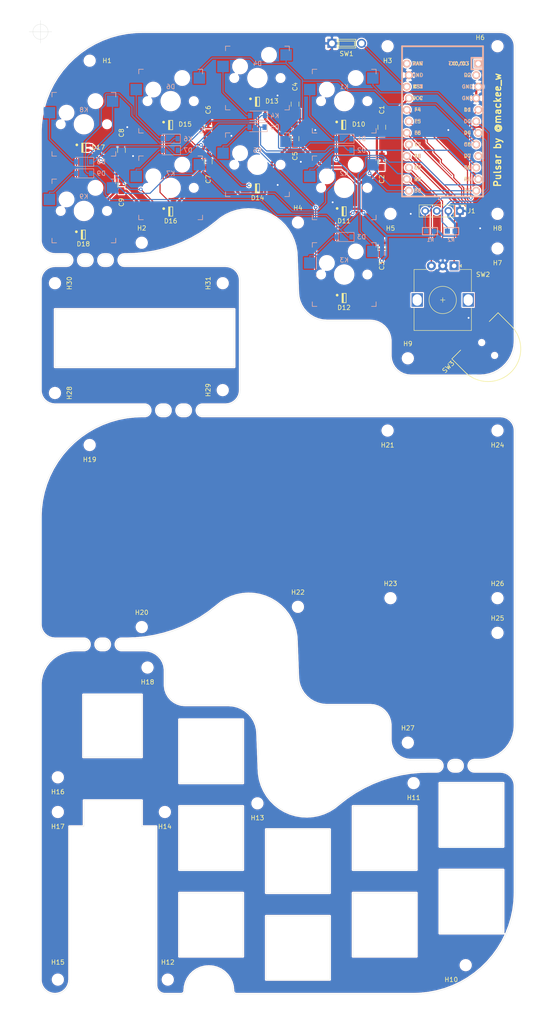
<source format=kicad_pcb>
(kicad_pcb (version 20171130) (host pcbnew "(5.1.0-0)")
  (layers (0 F.Cu signal) (31 B.Cu signal) (34 B.Paste user) (35 F.Paste user) (36 B.SilkS user) (37 F.SilkS user) (38 B.Mask user) (39 F.Mask user) (44 Edge.Cuts user))
  (net 0 "")
  (net 1 col1)
  (net 2 "Net-(D1-Pad2)")
  (net 3 col2)
  (net 4 "Net-(D2-Pad2)")
  (net 5 col3)
  (net 6 "Net-(D3-Pad2)")
  (net 7 "Net-(D4-Pad2)")
  (net 8 "Net-(D5-Pad2)")
  (net 9 "Net-(D6-Pad2)")
  (net 10 "Net-(D7-Pad2)")
  (net 11 "Net-(D8-Pad2)")
  (net 12 "Net-(D9-Pad2)")
  (net 13 row1)
  (net 14 row2)
  (net 15 row3)
  (net 16 rotB)
  (net 17 VCC)
  (net 18 rotA)
  (net 19 GND)
  (net 20 "Net-(SW1-Pad1)")
  (net 21 SDA)
  (net 22 SCL)
  (net 23 lev1)
  (net 24 lev2)
  (net 25 levT)
  (net 26 lev3)
  (net 27 lev4)
  (net 28 LEDD)
  (net 29 "Net-(D10-Pad2)")
  (net 30 "Net-(D11-Pad2)")
  (net 31 "Net-(D12-Pad2)")
  (net 32 "Net-(D13-Pad2)")
  (net 33 "Net-(D14-Pad2)")
  (net 34 "Net-(D15-Pad2)")
  (net 35 "Net-(D16-Pad2)")
  (net 36 "Net-(D17-Pad2)")
  (module keyboard_parts:R_1608 (layer B.Cu) (at 112.395 80.645 180)
    (fp_text reference R2 (at 0.025 -1.905 180) (layer B.SilkS) (effects (font (size 0.8 0.8)) (justify mirror)))
    (fp_text value R hide)
    (pad 1 smd rect (at -0.85 0 180) (size 1.1 1.1) (layers B.Cu B.Paste B.Mask) (net 17 VCC) (clearance 0.1))
    (pad 2 smd rect (at 0.85 0 180) (size 1.1 1.1) (layers B.Cu B.Paste B.Mask) (net 22 SCL) (clearance 0.1))
  )
  (module keyboard_parts:R_1608 (layer B.Cu) (at 107.735 80.645 180)
    (fp_text reference R1 (at -0.09 -1.905 180) (layer B.SilkS) (effects (font (size 0.8 0.8)) (justify mirror)))
    (fp_text value R hide)
    (pad 1 smd rect (at -0.85 0 180) (size 1.1 1.1) (layers B.Cu B.Paste B.Mask) (net 17 VCC) (clearance 0.1))
    (pad 2 smd rect (at 0.85 0 180) (size 1.1 1.1) (layers B.Cu B.Paste B.Mask) (net 21 SDA) (clearance 0.1))
  )
  (module keyswitches:Kailh_socket (layer F.Cu) (at 88.9 90.17)
    (fp_text reference K3 (at 0 -3.175) (layer B.SilkS) (effects (justify mirror)))
    (fp_text value KEYSW)
    (pad 2 smd rect (at -7.56 -2.54) (size 2.55 2.5) (layers B.Cu B.Paste B.Mask) (net 6 "Net-(D3-Pad2)"))
    (pad "" np_thru_hole circle (at -5.08 0) (size 1.7018 1.7018) (drill 1.7018) (layers *.Cu *.Mask))
    (pad "" np_thru_hole circle (at 5.08 0) (size 1.7018 1.7018) (drill 1.7018) (layers *.Cu *.Mask))
    (pad "" np_thru_hole circle (at 0 0) (size 3.9878 3.9878) (drill 3.9878) (layers *.Cu *.Mask))
    (pad "" np_thru_hole circle (at -3.81 -2.54) (size 3 3) (drill 3) (layers *.Cu *.Mask))
    (pad "" np_thru_hole circle (at 2.54 -5.08) (size 3 3) (drill 3) (layers *.Cu *.Mask))
    (pad 1 smd rect (at 6.29 -5.08) (size 2.55 2.5) (layers B.Cu B.Paste B.Mask) (net 13 row1))
  )
  (module keyswitches:Kailh_socket (layer F.Cu) (at 88.9 71.12)
    (fp_text reference K2 (at 0 -3.175) (layer B.SilkS) (effects (justify mirror)))
    (fp_text value KEYSW)
    (pad 2 smd rect (at -7.56 -2.54) (size 2.55 2.5) (layers B.Cu B.Paste B.Mask) (net 4 "Net-(D2-Pad2)"))
    (pad "" np_thru_hole circle (at -5.08 0) (size 1.7018 1.7018) (drill 1.7018) (layers *.Cu *.Mask))
    (pad "" np_thru_hole circle (at 5.08 0) (size 1.7018 1.7018) (drill 1.7018) (layers *.Cu *.Mask))
    (pad "" np_thru_hole circle (at 0 0) (size 3.9878 3.9878) (drill 3.9878) (layers *.Cu *.Mask))
    (pad "" np_thru_hole circle (at -3.81 -2.54) (size 3 3) (drill 3) (layers *.Cu *.Mask))
    (pad "" np_thru_hole circle (at 2.54 -5.08) (size 3 3) (drill 3) (layers *.Cu *.Mask))
    (pad 1 smd rect (at 6.29 -5.08) (size 2.55 2.5) (layers B.Cu B.Paste B.Mask) (net 13 row1))
  )
  (module keyswitches:Kailh_socket (layer F.Cu) (at 88.9 52.07)
    (fp_text reference K1 (at 0 -3.175) (layer B.SilkS) (effects (justify mirror)))
    (fp_text value KEYSW)
    (pad 2 smd rect (at -7.56 -2.54) (size 2.55 2.5) (layers B.Cu B.Paste B.Mask) (net 2 "Net-(D1-Pad2)"))
    (pad "" np_thru_hole circle (at -5.08 0) (size 1.7018 1.7018) (drill 1.7018) (layers *.Cu *.Mask))
    (pad "" np_thru_hole circle (at 5.08 0) (size 1.7018 1.7018) (drill 1.7018) (layers *.Cu *.Mask))
    (pad "" np_thru_hole circle (at 0 0) (size 3.9878 3.9878) (drill 3.9878) (layers *.Cu *.Mask))
    (pad "" np_thru_hole circle (at -3.81 -2.54) (size 3 3) (drill 3) (layers *.Cu *.Mask))
    (pad "" np_thru_hole circle (at 2.54 -5.08) (size 3 3) (drill 3) (layers *.Cu *.Mask))
    (pad 1 smd rect (at 6.29 -5.08) (size 2.55 2.5) (layers B.Cu B.Paste B.Mask) (net 13 row1))
  )
  (module keyswitches:Kailh_socket (layer F.Cu) (at 69.85 46.99)
    (fp_text reference K4 (at 3.81 8.3) (layer B.SilkS) (effects (justify mirror)))
    (fp_text value KEYSW)
    (pad 2 smd rect (at -7.56 -2.54) (size 2.55 2.5) (layers B.Cu B.Paste B.Mask) (net 7 "Net-(D4-Pad2)"))
    (pad "" np_thru_hole circle (at -5.08 0) (size 1.7018 1.7018) (drill 1.7018) (layers *.Cu *.Mask))
    (pad "" np_thru_hole circle (at 5.08 0) (size 1.7018 1.7018) (drill 1.7018) (layers *.Cu *.Mask))
    (pad "" np_thru_hole circle (at 0 0) (size 3.9878 3.9878) (drill 3.9878) (layers *.Cu *.Mask))
    (pad "" np_thru_hole circle (at -3.81 -2.54) (size 3 3) (drill 3) (layers *.Cu *.Mask))
    (pad "" np_thru_hole circle (at 2.54 -5.08) (size 3 3) (drill 3) (layers *.Cu *.Mask))
    (pad 1 smd rect (at 6.29 -5.08) (size 2.55 2.5) (layers B.Cu B.Paste B.Mask) (net 14 row2))
  )
  (module keyswitches:Kailh_socket (layer F.Cu) (at 69.85 66.04)
    (fp_text reference K5 (at 0 -3.175) (layer B.SilkS) (effects (justify mirror)))
    (fp_text value KEYSW)
    (pad 2 smd rect (at -7.56 -2.54) (size 2.55 2.5) (layers B.Cu B.Paste B.Mask) (net 8 "Net-(D5-Pad2)"))
    (pad "" np_thru_hole circle (at -5.08 0) (size 1.7018 1.7018) (drill 1.7018) (layers *.Cu *.Mask))
    (pad "" np_thru_hole circle (at 5.08 0) (size 1.7018 1.7018) (drill 1.7018) (layers *.Cu *.Mask))
    (pad "" np_thru_hole circle (at 0 0) (size 3.9878 3.9878) (drill 3.9878) (layers *.Cu *.Mask))
    (pad "" np_thru_hole circle (at -3.81 -2.54) (size 3 3) (drill 3) (layers *.Cu *.Mask))
    (pad "" np_thru_hole circle (at 2.54 -5.08) (size 3 3) (drill 3) (layers *.Cu *.Mask))
    (pad 1 smd rect (at 6.29 -5.08) (size 2.55 2.5) (layers B.Cu B.Paste B.Mask) (net 14 row2))
  )
  (module keyswitches:Kailh_socket (layer F.Cu) (at 50.8 71.12)
    (fp_text reference K7 (at 0 -3.175) (layer B.SilkS) (effects (justify mirror)))
    (fp_text value KEYSW)
    (pad 2 smd rect (at -7.56 -2.54) (size 2.55 2.5) (layers B.Cu B.Paste B.Mask) (net 10 "Net-(D7-Pad2)"))
    (pad "" np_thru_hole circle (at -5.08 0) (size 1.7018 1.7018) (drill 1.7018) (layers *.Cu *.Mask))
    (pad "" np_thru_hole circle (at 5.08 0) (size 1.7018 1.7018) (drill 1.7018) (layers *.Cu *.Mask))
    (pad "" np_thru_hole circle (at 0 0) (size 3.9878 3.9878) (drill 3.9878) (layers *.Cu *.Mask))
    (pad "" np_thru_hole circle (at -3.81 -2.54) (size 3 3) (drill 3) (layers *.Cu *.Mask))
    (pad "" np_thru_hole circle (at 2.54 -5.08) (size 3 3) (drill 3) (layers *.Cu *.Mask))
    (pad 1 smd rect (at 6.29 -5.08) (size 2.55 2.5) (layers B.Cu B.Paste B.Mask) (net 15 row3))
  )
  (module keyswitches:Kailh_socket (layer F.Cu) (at 50.8 52.07)
    (fp_text reference K6 (at 3.81 8.3) (layer B.SilkS) (effects (justify mirror)))
    (fp_text value KEYSW)
    (pad 2 smd rect (at -7.56 -2.54) (size 2.55 2.5) (layers B.Cu B.Paste B.Mask) (net 9 "Net-(D6-Pad2)"))
    (pad "" np_thru_hole circle (at -5.08 0) (size 1.7018 1.7018) (drill 1.7018) (layers *.Cu *.Mask))
    (pad "" np_thru_hole circle (at 5.08 0) (size 1.7018 1.7018) (drill 1.7018) (layers *.Cu *.Mask))
    (pad "" np_thru_hole circle (at 0 0) (size 3.9878 3.9878) (drill 3.9878) (layers *.Cu *.Mask))
    (pad "" np_thru_hole circle (at -3.81 -2.54) (size 3 3) (drill 3) (layers *.Cu *.Mask))
    (pad "" np_thru_hole circle (at 2.54 -5.08) (size 3 3) (drill 3) (layers *.Cu *.Mask))
    (pad 1 smd rect (at 6.29 -5.08) (size 2.55 2.5) (layers B.Cu B.Paste B.Mask) (net 14 row2))
  )
  (module keyswitches:Kailh_socket (layer F.Cu) (at 31.75 57.15)
    (fp_text reference K8 (at 0 -3.175) (layer B.SilkS) (effects (justify mirror)))
    (fp_text value KEYSW)
    (pad 2 smd rect (at -7.56 -2.54) (size 2.55 2.5) (layers B.Cu B.Paste B.Mask) (net 11 "Net-(D8-Pad2)"))
    (pad "" np_thru_hole circle (at -5.08 0) (size 1.7018 1.7018) (drill 1.7018) (layers *.Cu *.Mask))
    (pad "" np_thru_hole circle (at 5.08 0) (size 1.7018 1.7018) (drill 1.7018) (layers *.Cu *.Mask))
    (pad "" np_thru_hole circle (at 0 0) (size 3.9878 3.9878) (drill 3.9878) (layers *.Cu *.Mask))
    (pad "" np_thru_hole circle (at -3.81 -2.54) (size 3 3) (drill 3) (layers *.Cu *.Mask))
    (pad "" np_thru_hole circle (at 2.54 -5.08) (size 3 3) (drill 3) (layers *.Cu *.Mask))
    (pad 1 smd rect (at 6.29 -5.08) (size 2.55 2.5) (layers B.Cu B.Paste B.Mask) (net 15 row3))
  )
  (module keyswitches:Kailh_socket (layer F.Cu) (at 31.75 76.2)
    (fp_text reference K9 (at 0 -3.175) (layer B.SilkS) (effects (justify mirror)))
    (fp_text value KEYSW)
    (pad 2 smd rect (at -7.56 -2.54) (size 2.55 2.5) (layers B.Cu B.Paste B.Mask) (net 12 "Net-(D9-Pad2)"))
    (pad "" np_thru_hole circle (at -5.08 0) (size 1.7018 1.7018) (drill 1.7018) (layers *.Cu *.Mask))
    (pad "" np_thru_hole circle (at 5.08 0) (size 1.7018 1.7018) (drill 1.7018) (layers *.Cu *.Mask))
    (pad "" np_thru_hole circle (at 0 0) (size 3.9878 3.9878) (drill 3.9878) (layers *.Cu *.Mask))
    (pad "" np_thru_hole circle (at -3.81 -2.54) (size 3 3) (drill 3) (layers *.Cu *.Mask))
    (pad "" np_thru_hole circle (at 2.54 -5.08) (size 3 3) (drill 3) (layers *.Cu *.Mask))
    (pad 1 smd rect (at 6.29 -5.08) (size 2.55 2.5) (layers B.Cu B.Paste B.Mask) (net 15 row3))
  )
  (module WS2812-2020:WS2812B-2020 (layer F.Cu) (at 31.623 81.407 180)
    (fp_text reference D18 (at 0 -2.0574 180) (layer F.SilkS))
    (fp_text value WS2812B)
    (pad 1 smd rect (at -0.915 0.55 180) (size 0.7 0.7) (layers F.Cu F.Paste F.Mask) (net 17 VCC))
    (pad 4 smd rect (at -0.915 -0.55 180) (size 0.7 0.7) (layers F.Cu F.Paste F.Mask) (net 36 "Net-(D17-Pad2)"))
    (pad 3 smd rect (at 0.915 -0.55 180) (size 0.7 0.7) (layers F.Cu F.Paste F.Mask) (net 19 GND))
    (pad 2 smd rect (at 0.915 0.55 180) (size 0.7 0.7) (layers F.Cu F.Paste F.Mask))
  )
  (module WS2812-2020:WS2812B-2020 (layer F.Cu) (at 31.724 62.315 180)
    (fp_text reference D17 (at -3.201 0.085 180) (layer F.SilkS))
    (fp_text value WS2812B)
    (pad 1 smd rect (at -0.915 0.55 180) (size 0.7 0.7) (layers F.Cu F.Paste F.Mask) (net 17 VCC))
    (pad 4 smd rect (at -0.915 -0.55 180) (size 0.7 0.7) (layers F.Cu F.Paste F.Mask) (net 35 "Net-(D16-Pad2)"))
    (pad 3 smd rect (at 0.915 -0.55 180) (size 0.7 0.7) (layers F.Cu F.Paste F.Mask) (net 19 GND))
    (pad 2 smd rect (at 0.915 0.55 180) (size 0.7 0.7) (layers F.Cu F.Paste F.Mask) (net 36 "Net-(D17-Pad2)"))
  )
  (module WS2812-2020:WS2812B-2020 (layer F.Cu) (at 50.774 57.319 180)
    (fp_text reference D15 (at -3.201 0.169 180) (layer F.SilkS))
    (fp_text value WS2812B)
    (pad 1 smd rect (at -0.915 0.55 180) (size 0.7 0.7) (layers F.Cu F.Paste F.Mask) (net 17 VCC))
    (pad 4 smd rect (at -0.915 -0.55 180) (size 0.7 0.7) (layers F.Cu F.Paste F.Mask) (net 33 "Net-(D14-Pad2)"))
    (pad 3 smd rect (at 0.915 -0.55 180) (size 0.7 0.7) (layers F.Cu F.Paste F.Mask) (net 19 GND))
    (pad 2 smd rect (at 0.915 0.55 180) (size 0.7 0.7) (layers F.Cu F.Paste F.Mask) (net 34 "Net-(D15-Pad2)"))
  )
  (module WS2812-2020:WS2812B-2020 (layer F.Cu) (at 50.8 76.327 180)
    (fp_text reference D16 (at 0 -2.0828 180) (layer F.SilkS))
    (fp_text value WS2812B)
    (pad 1 smd rect (at -0.915 0.55 180) (size 0.7 0.7) (layers F.Cu F.Paste F.Mask) (net 17 VCC))
    (pad 4 smd rect (at -0.915 -0.55 180) (size 0.7 0.7) (layers F.Cu F.Paste F.Mask) (net 34 "Net-(D15-Pad2)"))
    (pad 3 smd rect (at 0.915 -0.55 180) (size 0.7 0.7) (layers F.Cu F.Paste F.Mask) (net 19 GND))
    (pad 2 smd rect (at 0.915 0.55 180) (size 0.7 0.7) (layers F.Cu F.Paste F.Mask) (net 35 "Net-(D16-Pad2)"))
  )
  (module WS2812-2020:WS2812B-2020 (layer F.Cu) (at 69.85 71.247 180)
    (fp_text reference D14 (at -0.026 -2.074 180) (layer F.SilkS))
    (fp_text value WS2812B)
    (pad 1 smd rect (at -0.915 0.55 180) (size 0.7 0.7) (layers F.Cu F.Paste F.Mask) (net 17 VCC))
    (pad 4 smd rect (at -0.915 -0.55 180) (size 0.7 0.7) (layers F.Cu F.Paste F.Mask) (net 32 "Net-(D13-Pad2)"))
    (pad 3 smd rect (at 0.915 -0.55 180) (size 0.7 0.7) (layers F.Cu F.Paste F.Mask) (net 19 GND))
    (pad 2 smd rect (at 0.915 0.55 180) (size 0.7 0.7) (layers F.Cu F.Paste F.Mask) (net 33 "Net-(D14-Pad2)"))
  )
  (module WS2812-2020:WS2812B-2020 (layer F.Cu) (at 69.85 52.197 180)
    (fp_text reference D13 (at -3.175 0.127 180) (layer F.SilkS))
    (fp_text value WS2812B)
    (pad 1 smd rect (at -0.915 0.55 180) (size 0.7 0.7) (layers F.Cu F.Paste F.Mask) (net 17 VCC))
    (pad 4 smd rect (at -0.915 -0.55 180) (size 0.7 0.7) (layers F.Cu F.Paste F.Mask) (net 31 "Net-(D12-Pad2)"))
    (pad 3 smd rect (at 0.915 -0.55 180) (size 0.7 0.7) (layers F.Cu F.Paste F.Mask) (net 19 GND))
    (pad 2 smd rect (at 0.915 0.55 180) (size 0.7 0.7) (layers F.Cu F.Paste F.Mask) (net 32 "Net-(D13-Pad2)"))
  )
  (module WS2812-2020:WS2812B-2020 (layer F.Cu) (at 88.773 57.277 180)
    (fp_text reference D10 (at -3.302 0.127 180) (layer F.SilkS))
    (fp_text value WS2812B)
    (pad 1 smd rect (at -0.915 0.55 180) (size 0.7 0.7) (layers F.Cu F.Paste F.Mask) (net 17 VCC))
    (pad 4 smd rect (at -0.915 -0.55 180) (size 0.7 0.7) (layers F.Cu F.Paste F.Mask) (net 28 LEDD))
    (pad 3 smd rect (at 0.915 -0.55 180) (size 0.7 0.7) (layers F.Cu F.Paste F.Mask) (net 19 GND))
    (pad 2 smd rect (at 0.915 0.55 180) (size 0.7 0.7) (layers F.Cu F.Paste F.Mask) (net 29 "Net-(D10-Pad2)"))
  )
  (module WS2812-2020:WS2812B-2020 (layer F.Cu) (at 88.874 76.285 180)
    (fp_text reference D11 (at 0.026 -2.117 180) (layer F.SilkS))
    (fp_text value WS2812B)
    (pad 1 smd rect (at -0.915 0.55 180) (size 0.7 0.7) (layers F.Cu F.Paste F.Mask) (net 17 VCC))
    (pad 4 smd rect (at -0.915 -0.55 180) (size 0.7 0.7) (layers F.Cu F.Paste F.Mask) (net 29 "Net-(D10-Pad2)"))
    (pad 3 smd rect (at 0.915 -0.55 180) (size 0.7 0.7) (layers F.Cu F.Paste F.Mask) (net 19 GND))
    (pad 2 smd rect (at 0.915 0.55 180) (size 0.7 0.7) (layers F.Cu F.Paste F.Mask) (net 30 "Net-(D11-Pad2)"))
  )
  (module WS2812-2020:WS2812B-2020 (layer F.Cu) (at 88.874 95.335 180)
    (fp_text reference D12 (at 0.018999 -2.105 180) (layer F.SilkS))
    (fp_text value WS2812B)
    (pad 1 smd rect (at -0.915 0.55 180) (size 0.7 0.7) (layers F.Cu F.Paste F.Mask) (net 17 VCC))
    (pad 4 smd rect (at -0.915 -0.55 180) (size 0.7 0.7) (layers F.Cu F.Paste F.Mask) (net 30 "Net-(D11-Pad2)"))
    (pad 3 smd rect (at 0.915 -0.55 180) (size 0.7 0.7) (layers F.Cu F.Paste F.Mask) (net 19 GND))
    (pad 2 smd rect (at 0.915 0.55 180) (size 0.7 0.7) (layers F.Cu F.Paste F.Mask) (net 31 "Net-(D12-Pad2)"))
  )
  (module pulsar:TMHU28 (layer F.Cu) (at 120.506 106.536 225)
    (fp_text reference SW3 (at 8.980256 3.388153 225) (layer F.SilkS))
    (fp_text value TMHU28)
    (pad C smd rect (at 5.3 -1.1 135) (size 1.1 1.6) (layers F.Cu F.Paste F.Mask) (net 19 GND))
    (pad E smd rect (at -5.3 -1.1 135) (size 1.1 1.6) (layers F.Cu F.Paste F.Mask))
    (pad 1 smd rect (at -3.75 3.7 135) (size 1.6 1) (layers F.Cu F.Paste F.Mask) (net 23 lev1))
    (pad 2 smd rect (at -2.25 3.7 135) (size 1.6 1) (layers F.Cu F.Paste F.Mask) (net 24 lev2))
    (pad T smd rect (at -0.75 3.7 135) (size 1.6 1) (layers F.Cu F.Paste F.Mask) (net 25 levT))
    (pad C smd rect (at 3.75 3.683 135) (size 1.6 1) (layers F.Cu F.Paste F.Mask) (net 19 GND))
    (pad 4 smd rect (at 2.25 3.683 135) (size 1.6 1) (layers F.Cu F.Paste F.Mask) (net 27 lev4))
    (pad 3 smd rect (at 0.75 3.7 135) (size 1.6 1) (layers F.Cu F.Paste F.Mask) (net 26 lev3))
    (pad "" np_thru_hole circle (at 0 -2 135) (size 1.1 1.1) (drill 1.1) (layers *.Cu))
    (pad "" np_thru_hole circle (at 0 2 135) (size 1.1 1.1) (drill 1.1) (layers *.Cu))
  )
  (module pulsar:logosmall (layer F.Cu) (at 100.33 244.475 180)
    (fp_text reference G*** hide)
    (fp_text value LOGO hide)
  )
  (module pulsar:logosmall (layer F.Cu) (at 47.625 125.73)
    (fp_text reference G*** hide)
    (fp_text value LOGO hide)
  )
  (module pulsar:logosmall (layer F.Cu) (at 47.625 40.64)
    (fp_text reference G*** hide)
    (fp_text value LOGO hide)
  )
  (module pluser:tactswitch-2lead-6mm (layer F.Cu) (at 89.408 39.37 180)
    (fp_text reference SW1 (at 0 -2.286 180) (layer F.SilkS))
    (fp_text value SW_PUSH)
    (pad 2 thru_hole rect (at 3.198 0 180) (size 2 2) (drill 1.3) (layers *.Cu *.Mask) (net 19 GND))
    (pad 1 thru_hole circle (at -3.302 0 180) (size 2 2) (drill 1.3) (layers *.Cu *.Mask) (net 20 "Net-(SW1-Pad1)"))
  )
  (module Mounting_Holes:MountingHole_2.2mm_M2 (layer F.Cu) (at 62.23 92.075 90)
    (fp_text reference H31 (at 0 -3.2 90) (layer F.SilkS))
    (fp_text value MountingHole)
    (pad 1 np_thru_hole circle (at 0 0 90) (size 2.2 2.2) (drill 2.2) (layers *.Cu *.Mask))
  )
  (module Mounting_Holes:MountingHole_2.2mm_M2 (layer F.Cu) (at 25.4 92.075 90)
    (fp_text reference H30 (at 0 3.175 90) (layer F.SilkS))
    (fp_text value MountingHole)
    (pad 1 np_thru_hole circle (at 0 0 90) (size 2.2 2.2) (drill 2.2) (layers *.Cu *.Mask))
  )
  (module Mounting_Holes:MountingHole_2.2mm_M2 (layer F.Cu) (at 62.23 115.57 90)
    (fp_text reference H29 (at 0 -3.2 90) (layer F.SilkS))
    (fp_text value MountingHole)
    (pad 1 np_thru_hole circle (at 0 0 90) (size 2.2 2.2) (drill 2.2) (layers *.Cu *.Mask))
  )
  (module Mounting_Holes:MountingHole_2.2mm_M2 (layer F.Cu) (at 25.4 116.205 90)
    (fp_text reference H28 (at 0 3.175 90) (layer F.SilkS))
    (fp_text value MountingHole)
    (pad 1 np_thru_hole circle (at 0 0 90) (size 2.2 2.2) (drill 2.2) (layers *.Cu *.Mask))
  )
  (module Mounting_Holes:MountingHole_2.2mm_M2 (layer F.Cu) (at 102.87 193.04)
    (fp_text reference H27 (at 0 -3.2) (layer F.SilkS))
    (fp_text value MountingHole)
    (pad 1 np_thru_hole circle (at 0 0) (size 2.2 2.2) (drill 2.2) (layers *.Cu *.Mask))
  )
  (module Mounting_Holes:MountingHole_2.2mm_M2 (layer F.Cu) (at 122.555 161.29)
    (fp_text reference H26 (at 0 -3.2) (layer F.SilkS))
    (fp_text value MountingHole)
    (pad 1 np_thru_hole circle (at 0 0) (size 2.2 2.2) (drill 2.2) (layers *.Cu *.Mask))
  )
  (module Mounting_Holes:MountingHole_2.2mm_M2 (layer F.Cu) (at 122.555 168.91)
    (fp_text reference H25 (at 0 -3.2) (layer F.SilkS))
    (fp_text value MountingHole)
    (pad 1 np_thru_hole circle (at 0 0) (size 2.2 2.2) (drill 2.2) (layers *.Cu *.Mask))
  )
  (module Mounting_Holes:MountingHole_2.2mm_M2 (layer F.Cu) (at 122.555 124.46 180)
    (fp_text reference H24 (at 0 -3.2 180) (layer F.SilkS))
    (fp_text value MountingHole)
    (pad 1 np_thru_hole circle (at 0 0 180) (size 2.2 2.2) (drill 2.2) (layers *.Cu *.Mask))
  )
  (module Mounting_Holes:MountingHole_2.2mm_M2 (layer F.Cu) (at 99.06 161.29)
    (fp_text reference H23 (at 0 -3.2) (layer F.SilkS))
    (fp_text value MountingHole)
    (pad 1 np_thru_hole circle (at 0 0) (size 2.2 2.2) (drill 2.2) (layers *.Cu *.Mask))
  )
  (module Mounting_Holes:MountingHole_2.2mm_M2 (layer F.Cu) (at 78.74 163.195)
    (fp_text reference H22 (at 0 -3.2) (layer F.SilkS))
    (fp_text value MountingHole)
    (pad 1 np_thru_hole circle (at 0 0) (size 2.2 2.2) (drill 2.2) (layers *.Cu *.Mask))
  )
  (module Mounting_Holes:MountingHole_2.2mm_M2 (layer F.Cu) (at 98.425 124.46 180)
    (fp_text reference H21 (at 0 -3.2 180) (layer F.SilkS))
    (fp_text value MountingHole)
    (pad 1 np_thru_hole circle (at 0 0 180) (size 2.2 2.2) (drill 2.2) (layers *.Cu *.Mask))
  )
  (module Mounting_Holes:MountingHole_2.2mm_M2 (layer F.Cu) (at 44.45 167.64)
    (fp_text reference H20 (at 0 -3.2) (layer F.SilkS))
    (fp_text value MountingHole)
    (pad 1 np_thru_hole circle (at 0 0) (size 2.2 2.2) (drill 2.2) (layers *.Cu *.Mask))
  )
  (module Mounting_Holes:MountingHole_2.2mm_M2 (layer F.Cu) (at 33.02 127.635 180)
    (fp_text reference H19 (at 0 -3.2 180) (layer F.SilkS))
    (fp_text value MountingHole)
    (pad 1 np_thru_hole circle (at 0 0 180) (size 2.2 2.2) (drill 2.2) (layers *.Cu *.Mask))
  )
  (module Mounting_Holes:MountingHole_2.2mm_M2 (layer F.Cu) (at 45.72 176.53 180)
    (fp_text reference H18 (at 0 -3.2 180) (layer F.SilkS))
    (fp_text value MountingHole)
    (pad 1 np_thru_hole circle (at 0 0 180) (size 2.2 2.2) (drill 2.2) (layers *.Cu *.Mask))
  )
  (module Mounting_Holes:MountingHole_2.2mm_M2 (layer F.Cu) (at 26.035 208.28 180)
    (fp_text reference H17 (at 0 -3.2 180) (layer F.SilkS))
    (fp_text value MountingHole)
    (pad 1 np_thru_hole circle (at 0 0 180) (size 2.2 2.2) (drill 2.2) (layers *.Cu *.Mask))
  )
  (module Mounting_Holes:MountingHole_2.2mm_M2 (layer F.Cu) (at 26.035 200.66 180)
    (fp_text reference H16 (at 0 -3.2 180) (layer F.SilkS))
    (fp_text value MountingHole)
    (pad 1 np_thru_hole circle (at 0 0 180) (size 2.2 2.2) (drill 2.2) (layers *.Cu *.Mask))
  )
  (module Mounting_Holes:MountingHole_2.2mm_M2 (layer F.Cu) (at 26.035 245.11 180)
    (fp_text reference H15 (at 0 3.81 180) (layer F.SilkS))
    (fp_text value MountingHole)
    (pad 1 np_thru_hole circle (at 0 0 180) (size 2.2 2.2) (drill 2.2) (layers *.Cu *.Mask))
  )
  (module Mounting_Holes:MountingHole_2.2mm_M2 (layer F.Cu) (at 49.53 208.28 180)
    (fp_text reference H14 (at 0 -3.2 180) (layer F.SilkS))
    (fp_text value MountingHole)
    (pad 1 np_thru_hole circle (at 0 0 180) (size 2.2 2.2) (drill 2.2) (layers *.Cu *.Mask))
  )
  (module Mounting_Holes:MountingHole_2.2mm_M2 (layer F.Cu) (at 69.85 206.375 180)
    (fp_text reference H13 (at 0 -3.2 180) (layer F.SilkS))
    (fp_text value MountingHole)
    (pad 1 np_thru_hole circle (at 0 0 180) (size 2.2 2.2) (drill 2.2) (layers *.Cu *.Mask))
  )
  (module Mounting_Holes:MountingHole_2.2mm_M2 (layer F.Cu) (at 50.165 245.11 180)
    (fp_text reference H12 (at 0 3.81 180) (layer F.SilkS))
    (fp_text value MountingHole)
    (pad 1 np_thru_hole circle (at 0 0 180) (size 2.2 2.2) (drill 2.2) (layers *.Cu *.Mask))
  )
  (module Mounting_Holes:MountingHole_2.2mm_M2 (layer F.Cu) (at 104.14 201.93 180)
    (fp_text reference H11 (at 0 -3.2 180) (layer F.SilkS))
    (fp_text value MountingHole)
    (pad 1 np_thru_hole circle (at 0 0 180) (size 2.2 2.2) (drill 2.2) (layers *.Cu *.Mask))
  )
  (module Mounting_Holes:MountingHole_2.2mm_M2 (layer F.Cu) (at 115.57 241.935 180)
    (fp_text reference H10 (at 3.175 -3.175 180) (layer F.SilkS))
    (fp_text value MountingHole)
    (pad 1 np_thru_hole circle (at 0 0 180) (size 2.2 2.2) (drill 2.2) (layers *.Cu *.Mask))
  )
  (module Mounting_Holes:MountingHole_2.2mm_M2 (layer F.Cu) (at 102.87 108.585)
    (fp_text reference H9 (at 0 -3.2) (layer F.SilkS))
    (fp_text value MountingHole)
    (pad 1 np_thru_hole circle (at 0 0) (size 2.2 2.2) (drill 2.2) (layers *.Cu *.Mask))
  )
  (module Diodes_SMD:D_SOD-123 (layer B.Cu) (at 31.66 67.945 180)
    (fp_text reference D9 (at -3.9 0 180) (layer B.SilkS) (effects (justify mirror)))
    (fp_text value D hide)
    (pad 1 smd rect (at -1.65 0 180) (size 0.9 1.2) (layers B.Cu B.Paste B.Mask) (net 5 col3))
    (pad 2 smd rect (at 1.65 0 180) (size 0.9 1.2) (layers B.Cu B.Paste B.Mask) (net 12 "Net-(D9-Pad2)"))
  )
  (module Diodes_SMD:D_SOD-123 (layer B.Cu) (at 31.66 65.405 180)
    (fp_text reference D8 (at -3.9 0 180) (layer B.SilkS) (effects (justify mirror)))
    (fp_text value D hide)
    (pad 1 smd rect (at -1.65 0 180) (size 0.9 1.2) (layers B.Cu B.Paste B.Mask) (net 3 col2))
    (pad 2 smd rect (at 1.65 0 180) (size 0.9 1.2) (layers B.Cu B.Paste B.Mask) (net 11 "Net-(D8-Pad2)"))
  )
  (module Diodes_SMD:D_SOD-123 (layer B.Cu) (at 50.71 62.865 180)
    (fp_text reference D7 (at -3.9 0 180) (layer B.SilkS) (effects (justify mirror)))
    (fp_text value D hide)
    (pad 1 smd rect (at -1.65 0 180) (size 0.9 1.2) (layers B.Cu B.Paste B.Mask) (net 1 col1))
    (pad 2 smd rect (at 1.65 0 180) (size 0.9 1.2) (layers B.Cu B.Paste B.Mask) (net 10 "Net-(D7-Pad2)"))
  )
  (module Diodes_SMD:D_SOD-123 (layer B.Cu) (at 50.67 60.325 180)
    (fp_text reference D6 (at -0.13 11.43 180) (layer B.SilkS) (effects (justify mirror)))
    (fp_text value D hide)
    (pad 1 smd rect (at -1.65 0 180) (size 0.9 1.2) (layers B.Cu B.Paste B.Mask) (net 5 col3))
    (pad 2 smd rect (at 1.65 0 180) (size 0.9 1.2) (layers B.Cu B.Paste B.Mask) (net 9 "Net-(D6-Pad2)"))
  )
  (module Diodes_SMD:D_SOD-123 (layer B.Cu) (at 69.76 57.785 180)
    (fp_text reference D5 (at -3.9 0 180) (layer B.SilkS) (effects (justify mirror)))
    (fp_text value D hide)
    (pad 1 smd rect (at -1.65 0 180) (size 0.9 1.2) (layers B.Cu B.Paste B.Mask) (net 3 col2))
    (pad 2 smd rect (at 1.65 0 180) (size 0.9 1.2) (layers B.Cu B.Paste B.Mask) (net 8 "Net-(D5-Pad2)"))
  )
  (module Diodes_SMD:D_SOD-123 (layer B.Cu) (at 69.85 55.245 180)
    (fp_text reference D4 (at 0 11.43 180) (layer B.SilkS) (effects (justify mirror)))
    (fp_text value D hide)
    (pad 1 smd rect (at -1.65 0 180) (size 0.9 1.2) (layers B.Cu B.Paste B.Mask) (net 1 col1))
    (pad 2 smd rect (at 1.65 0 180) (size 0.9 1.2) (layers B.Cu B.Paste B.Mask) (net 7 "Net-(D4-Pad2)"))
  )
  (module Diodes_SMD:D_SOD-123 (layer B.Cu) (at 88.81 81.915 180)
    (fp_text reference D3 (at -3.9 0 180) (layer B.SilkS) (effects (justify mirror)))
    (fp_text value D hide)
    (pad 1 smd rect (at -1.65 0 180) (size 0.9 1.2) (layers B.Cu B.Paste B.Mask) (net 5 col3))
    (pad 2 smd rect (at 1.65 0 180) (size 0.9 1.2) (layers B.Cu B.Paste B.Mask) (net 6 "Net-(D3-Pad2)"))
  )
  (module Diodes_SMD:D_SOD-123 (layer B.Cu) (at 88.81 62.865 180)
    (fp_text reference D2 (at -3.9 0 180) (layer B.SilkS) (effects (justify mirror)))
    (fp_text value D hide)
    (pad 1 smd rect (at -1.65 0 180) (size 0.9 1.2) (layers B.Cu B.Paste B.Mask) (net 3 col2))
    (pad 2 smd rect (at 1.65 0 180) (size 0.9 1.2) (layers B.Cu B.Paste B.Mask) (net 4 "Net-(D2-Pad2)"))
  )
  (module Diodes_SMD:D_SOD-123 (layer B.Cu) (at 88.81 60.325 180)
    (fp_text reference D1 (at -3.9 0 180) (layer B.SilkS) (effects (justify mirror)))
    (fp_text value D hide)
    (pad 1 smd rect (at -1.65 0 180) (size 0.9 1.2) (layers B.Cu B.Paste B.Mask) (net 1 col1))
    (pad 2 smd rect (at 1.65 0 180) (size 0.9 1.2) (layers B.Cu B.Paste B.Mask) (net 2 "Net-(D1-Pad2)"))
  )
  (module Keebio-Parts:ArduinoProMicro-ZigZag (layer B.Cu) (at 110.49 57.785 270)
    (fp_text reference U1 hide)
    (fp_text value ProMicro hide)
    (fp_text user ST (at -8.91 5.04 180) (layer F.SilkS) (effects (font (size 0.8 0.8))))
    (fp_text user TX0/D3 (at -13.97 -3.571872 180) (layer B.SilkS) (effects (font (size 0.8 0.8)) (justify mirror)))
    (fp_text user TX0/D3 (at -13.97 -3.571872 180) (layer F.SilkS) (effects (font (size 0.8 0.8))))
    (fp_text user D2 (at -11.43 -5.461 180) (layer B.SilkS) (effects (font (size 0.8 0.8)) (justify mirror)))
    (fp_text user D0 (at -1.27 -5.461 180) (layer B.SilkS) (effects (font (size 0.8 0.8)) (justify mirror)))
    (fp_text user D1 (at -3.81 -5.461 180) (layer B.SilkS) (effects (font (size 0.8 0.8)) (justify mirror)))
    (fp_text user GND (at -6.35 -5.461 180) (layer B.SilkS) (effects (font (size 0.8 0.8)) (justify mirror)))
    (fp_text user GND (at -8.89 -5.461 180) (layer B.SilkS) (effects (font (size 0.8 0.8)) (justify mirror)))
    (fp_text user D4 (at 1.27 -5.461 180) (layer B.SilkS) (effects (font (size 0.8 0.8)) (justify mirror)))
    (fp_text user C6 (at 3.81 -5.461 180) (layer B.SilkS) (effects (font (size 0.8 0.8)) (justify mirror)))
    (fp_text user D7 (at 6.35 -5.461 180) (layer B.SilkS) (effects (font (size 0.8 0.8)) (justify mirror)))
    (fp_text user E6 (at 8.89 -5.461 180) (layer B.SilkS) (effects (font (size 0.8 0.8)) (justify mirror)))
    (fp_text user B4 (at 11.43 -5.461 180) (layer B.SilkS) (effects (font (size 0.8 0.8)) (justify mirror)))
    (fp_text user B5 (at 13.97 -5.461 180) (layer B.SilkS) (effects (font (size 0.8 0.8)) (justify mirror)))
    (fp_text user B6 (at 13.97 5.461 180) (layer B.SilkS) (effects (font (size 0.8 0.8)) (justify mirror)))
    (fp_text user B2 (at 11.43 5.461 180) (layer F.SilkS) (effects (font (size 0.8 0.8))))
    (fp_text user B3 (at 8.89 5.461 180) (layer B.SilkS) (effects (font (size 0.8 0.8)) (justify mirror)))
    (fp_text user B1 (at 6.35 5.461 180) (layer B.SilkS) (effects (font (size 0.8 0.8)) (justify mirror)))
    (fp_text user F7 (at 3.81 5.461 180) (layer F.SilkS) (effects (font (size 0.8 0.8))))
    (fp_text user F6 (at 1.27 5.461 180) (layer F.SilkS) (effects (font (size 0.8 0.8))))
    (fp_text user F5 (at -1.27 5.461 180) (layer F.SilkS) (effects (font (size 0.8 0.8))))
    (fp_text user F4 (at -3.81 5.461 180) (layer B.SilkS) (effects (font (size 0.8 0.8)) (justify mirror)))
    (fp_text user VCC (at -6.35 5.461 180) (layer B.SilkS) (effects (font (size 0.8 0.8)) (justify mirror)))
    (fp_text user ST (at -8.92 5.73312 180) (layer B.SilkS) (effects (font (size 0.8 0.8)) (justify mirror)))
    (fp_text user GND (at -11.43 5.461 180) (layer B.SilkS) (effects (font (size 0.8 0.8)) (justify mirror)))
    (fp_text user RAW (at -13.97 5.461 180) (layer B.SilkS) (effects (font (size 0.8 0.8)) (justify mirror)))
    (fp_text user RAW (at -13.97 5.461 180) (layer F.SilkS) (effects (font (size 0.8 0.8))))
    (fp_text user GND (at -11.43 5.461 180) (layer F.SilkS) (effects (font (size 0.8 0.8))))
    (fp_text user VCC (at -6.35 5.461 180) (layer F.SilkS) (effects (font (size 0.8 0.8))))
    (fp_text user F4 (at -3.81 5.461 180) (layer F.SilkS) (effects (font (size 0.8 0.8))))
    (fp_text user F5 (at -1.27 5.461 180) (layer B.SilkS) (effects (font (size 0.8 0.8)) (justify mirror)))
    (fp_text user F6 (at 1.27 5.461 180) (layer B.SilkS) (effects (font (size 0.8 0.8)) (justify mirror)))
    (fp_text user F7 (at 3.81 5.461 180) (layer B.SilkS) (effects (font (size 0.8 0.8)) (justify mirror)))
    (fp_text user B1 (at 6.35 5.461 180) (layer F.SilkS) (effects (font (size 0.8 0.8))))
    (fp_text user B3 (at 8.89 5.461 180) (layer F.SilkS) (effects (font (size 0.8 0.8))))
    (fp_text user B2 (at 11.43 5.461 180) (layer B.SilkS) (effects (font (size 0.8 0.8)) (justify mirror)))
    (fp_text user B6 (at 13.97 5.461 180) (layer F.SilkS) (effects (font (size 0.8 0.8))))
    (fp_text user B5 (at 13.97 -5.461 180) (layer F.SilkS) (effects (font (size 0.8 0.8))))
    (fp_text user B4 (at 11.43 -5.461 180) (layer F.SilkS) (effects (font (size 0.8 0.8))))
    (fp_text user E6 (at 8.89 -5.461 180) (layer F.SilkS) (effects (font (size 0.8 0.8))))
    (fp_text user D7 (at 6.35 -5.461 180) (layer F.SilkS) (effects (font (size 0.8 0.8))))
    (fp_text user C6 (at 3.81 -5.461 180) (layer F.SilkS) (effects (font (size 0.8 0.8))))
    (fp_text user D4 (at 1.27 -5.461 180) (layer F.SilkS) (effects (font (size 0.8 0.8))))
    (fp_text user GND (at -8.89 -5.461 180) (layer F.SilkS) (effects (font (size 0.8 0.8))))
    (fp_text user GND (at -6.35 -5.461 180) (layer F.SilkS) (effects (font (size 0.8 0.8))))
    (fp_text user D1 (at -3.81 -5.461 180) (layer F.SilkS) (effects (font (size 0.8 0.8))))
    (fp_text user D0 (at -1.27 -5.461 180) (layer F.SilkS) (effects (font (size 0.8 0.8))))
    (fp_text user D2 (at -11.43 -5.461 180) (layer F.SilkS) (effects (font (size 0.8 0.8))))
    (pad 24 thru_hole circle (at -13.97 7.8486 270) (size 1.7526 1.7526) (drill 1.0922) (layers *.Cu *.SilkS *.Mask))
    (pad 12 thru_hole circle (at 13.97 -7.3914 270) (size 1.7526 1.7526) (drill 1.0922) (layers *.Cu *.SilkS *.Mask) (net 5 col3))
    (pad 23 thru_hole circle (at -11.43 7.3914 270) (size 1.7526 1.7526) (drill 1.0922) (layers *.Cu *.SilkS *.Mask) (net 19 GND))
    (pad 22 thru_hole circle (at -8.89 7.8486 270) (size 1.7526 1.7526) (drill 1.0922) (layers *.Cu *.SilkS *.Mask) (net 20 "Net-(SW1-Pad1)"))
    (pad 21 thru_hole circle (at -6.35 7.3914 270) (size 1.7526 1.7526) (drill 1.0922) (layers *.Cu *.SilkS *.Mask) (net 17 VCC))
    (pad 20 thru_hole circle (at -3.81 7.8486 270) (size 1.7526 1.7526) (drill 1.0922) (layers *.Cu *.SilkS *.Mask) (net 23 lev1))
    (pad 19 thru_hole circle (at -1.27 7.3914 270) (size 1.7526 1.7526) (drill 1.0922) (layers *.Cu *.SilkS *.Mask) (net 24 lev2))
    (pad 18 thru_hole circle (at 1.27 7.8486 270) (size 1.7526 1.7526) (drill 1.0922) (layers *.Cu *.SilkS *.Mask) (net 25 levT))
    (pad 17 thru_hole circle (at 3.81 7.3914 270) (size 1.7526 1.7526) (drill 1.0922) (layers *.Cu *.SilkS *.Mask) (net 26 lev3))
    (pad 16 thru_hole circle (at 6.35 7.8486 270) (size 1.7526 1.7526) (drill 1.0922) (layers *.Cu *.SilkS *.Mask) (net 27 lev4))
    (pad 15 thru_hole circle (at 8.89 7.3914 270) (size 1.7526 1.7526) (drill 1.0922) (layers *.Cu *.SilkS *.Mask) (net 18 rotA))
    (pad 14 thru_hole circle (at 11.43 7.8486 270) (size 1.7526 1.7526) (drill 1.0922) (layers *.Cu *.SilkS *.Mask) (net 16 rotB))
    (pad 13 thru_hole circle (at 13.97 7.3914 270) (size 1.7526 1.7526) (drill 1.0922) (layers *.Cu *.SilkS *.Mask) (net 28 LEDD))
    (pad 11 thru_hole circle (at 11.43 -7.8486 270) (size 1.7526 1.7526) (drill 1.0922) (layers *.Cu *.SilkS *.Mask) (net 3 col2))
    (pad 10 thru_hole circle (at 8.89 -7.3914 270) (size 1.7526 1.7526) (drill 1.0922) (layers *.Cu *.SilkS *.Mask) (net 1 col1))
    (pad 9 thru_hole circle (at 6.35 -7.8486 270) (size 1.7526 1.7526) (drill 1.0922) (layers *.Cu *.SilkS *.Mask) (net 15 row3))
    (pad 8 thru_hole circle (at 3.81 -7.3914 270) (size 1.7526 1.7526) (drill 1.0922) (layers *.Cu *.SilkS *.Mask) (net 14 row2))
    (pad 7 thru_hole circle (at 1.27 -7.8486 270) (size 1.7526 1.7526) (drill 1.0922) (layers *.Cu *.SilkS *.Mask) (net 13 row1))
    (pad 6 thru_hole circle (at -1.27 -7.3914 270) (size 1.7526 1.7526) (drill 1.0922) (layers *.Cu *.SilkS *.Mask) (net 22 SCL))
    (pad 5 thru_hole circle (at -3.81 -7.8486 270) (size 1.7526 1.7526) (drill 1.0922) (layers *.Cu *.SilkS *.Mask) (net 21 SDA))
    (pad 4 thru_hole circle (at -6.35 -7.3914 270) (size 1.7526 1.7526) (drill 1.0922) (layers *.Cu *.SilkS *.Mask) (net 19 GND))
    (pad 3 thru_hole circle (at -8.89 -7.8486 270) (size 1.7526 1.7526) (drill 1.0922) (layers *.Cu *.SilkS *.Mask) (net 19 GND))
    (pad 2 thru_hole circle (at -11.43 -7.3914 270) (size 1.7526 1.7526) (drill 1.0922) (layers *.Cu *.SilkS *.Mask))
    (pad 1 thru_hole rect (at -13.97 -7.8486 270) (size 1.7526 1.7526) (drill 1.0922) (layers *.Cu *.SilkS *.Mask))
  )
  (module Capacitors_SMD:C_0805_HandSoldering (layer F.Cu) (at 40.005 70.505 90)
    (fp_text reference C9 (at -3.79 0 90) (layer F.SilkS))
    (fp_text value 0.1u)
    (pad 1 smd rect (at -1.25 0 90) (size 1.5 1.25) (layers F.Cu F.Paste F.Mask) (net 17 VCC))
    (pad 2 smd rect (at 1.25 0 90) (size 1.5 1.25) (layers F.Cu F.Paste F.Mask) (net 19 GND))
  )
  (module Capacitors_SMD:C_0805_HandSoldering (layer F.Cu) (at 40.005 62.885 90)
    (fp_text reference C8 (at 3.83 0 90) (layer F.SilkS))
    (fp_text value 0.1u)
    (pad 1 smd rect (at -1.25 0 90) (size 1.5 1.25) (layers F.Cu F.Paste F.Mask) (net 17 VCC))
    (pad 2 smd rect (at 1.25 0 90) (size 1.5 1.25) (layers F.Cu F.Paste F.Mask) (net 19 GND))
  )
  (module Capacitors_SMD:C_0805_HandSoldering (layer F.Cu) (at 59.055 65.385 90)
    (fp_text reference C7 (at -3.83 0 90) (layer F.SilkS))
    (fp_text value 0.1u)
    (pad 1 smd rect (at -1.25 0 90) (size 1.5 1.25) (layers F.Cu F.Paste F.Mask) (net 17 VCC))
    (pad 2 smd rect (at 1.25 0 90) (size 1.5 1.25) (layers F.Cu F.Paste F.Mask) (net 19 GND))
  )
  (module Capacitors_SMD:C_0805_HandSoldering (layer F.Cu) (at 59.055 57.785 90)
    (fp_text reference C6 (at 3.81 0 90) (layer F.SilkS))
    (fp_text value 0.1u)
    (pad 1 smd rect (at -1.25 0 90) (size 1.5 1.25) (layers F.Cu F.Paste F.Mask) (net 17 VCC))
    (pad 2 smd rect (at 1.25 0 90) (size 1.5 1.25) (layers F.Cu F.Paste F.Mask) (net 19 GND))
  )
  (module Capacitors_SMD:C_0805_HandSoldering (layer F.Cu) (at 78.105 60.305 90)
    (fp_text reference C5 (at -3.83 0 90) (layer F.SilkS))
    (fp_text value 0.1u)
    (pad 1 smd rect (at -1.25 0 90) (size 1.5 1.25) (layers F.Cu F.Paste F.Mask) (net 17 VCC))
    (pad 2 smd rect (at 1.25 0 90) (size 1.5 1.25) (layers F.Cu F.Paste F.Mask) (net 19 GND))
  )
  (module Capacitors_SMD:C_0805_HandSoldering (layer F.Cu) (at 78.105 52.725 90)
    (fp_text reference C4 (at 3.83 0 90) (layer F.SilkS))
    (fp_text value 0.1u)
    (pad 1 smd rect (at -1.25 0 90) (size 1.5 1.25) (layers F.Cu F.Paste F.Mask) (net 17 VCC))
    (pad 2 smd rect (at 1.25 0 90) (size 1.5 1.25) (layers F.Cu F.Paste F.Mask) (net 19 GND))
  )
  (module Capacitors_SMD:C_0805_HandSoldering (layer F.Cu) (at 97.155 84.455 90)
    (fp_text reference C3 (at -3.81 0 90) (layer F.SilkS))
    (fp_text value 0.1u)
    (pad 1 smd rect (at -1.25 0 90) (size 1.5 1.25) (layers F.Cu F.Paste F.Mask) (net 17 VCC))
    (pad 2 smd rect (at 1.25 0 90) (size 1.5 1.25) (layers F.Cu F.Paste F.Mask) (net 19 GND))
  )
  (module Capacitors_SMD:C_0805_HandSoldering (layer F.Cu) (at 97.155 65.385 90)
    (fp_text reference C2 (at -3.83 0 90) (layer F.SilkS))
    (fp_text value 0.1u)
    (pad 1 smd rect (at -1.25 0 90) (size 1.5 1.25) (layers F.Cu F.Paste F.Mask) (net 17 VCC))
    (pad 2 smd rect (at 1.25 0 90) (size 1.5 1.25) (layers F.Cu F.Paste F.Mask) (net 19 GND))
  )
  (module Capacitors_SMD:C_0805_HandSoldering (layer F.Cu) (at 97.155 57.805 90)
    (fp_text reference C1 (at 3.83 0 90) (layer F.SilkS))
    (fp_text value 0.1u)
    (pad 1 smd rect (at -1.25 0 90) (size 1.5 1.25) (layers F.Cu F.Paste F.Mask) (net 17 VCC))
    (pad 2 smd rect (at 1.25 0 90) (size 1.5 1.25) (layers F.Cu F.Paste F.Mask) (net 19 GND))
  )
  (module Mounting_Holes:MountingHole_2.2mm_M2 (layer F.Cu) (at 122.555 76.835)
    (fp_text reference H8 (at 0 3.175) (layer F.SilkS))
    (fp_text value MountingHole)
    (pad 1 np_thru_hole circle (at 0 0) (size 2.2 2.2) (drill 2.2) (layers *.Cu *.Mask))
  )
  (module Mounting_Holes:MountingHole_2.2mm_M2 (layer F.Cu) (at 122.555 84.455)
    (fp_text reference H7 (at 0 3.175 180) (layer F.SilkS))
    (fp_text value MountingHole)
    (pad 1 np_thru_hole circle (at 0 0) (size 2.2 2.2) (drill 2.2) (layers *.Cu *.Mask))
  )
  (module Mounting_Holes:MountingHole_2.2mm_M2 (layer F.Cu) (at 122.555 40.005)
    (fp_text reference H6 (at -3.81 -1.905) (layer F.SilkS))
    (fp_text value MountingHole)
    (pad 1 np_thru_hole circle (at 0 0) (size 2.2 2.2) (drill 2.2) (layers *.Cu *.Mask))
  )
  (module Mounting_Holes:MountingHole_2.2mm_M2 (layer F.Cu) (at 99.06 76.835)
    (fp_text reference H5 (at 0 3.175) (layer F.SilkS))
    (fp_text value MountingHole)
    (pad 1 np_thru_hole circle (at 0 0) (size 2.2 2.2) (drill 2.2) (layers *.Cu *.Mask))
  )
  (module Mounting_Holes:MountingHole_2.2mm_M2 (layer F.Cu) (at 78.74 78.74)
    (fp_text reference H4 (at 0 -3.2) (layer F.SilkS))
    (fp_text value MountingHole)
    (pad 1 np_thru_hole circle (at 0 0) (size 2.2 2.2) (drill 2.2) (layers *.Cu *.Mask))
  )
  (module Mounting_Holes:MountingHole_2.2mm_M2 (layer F.Cu) (at 98.425 40.005)
    (fp_text reference H3 (at 0 3.175) (layer F.SilkS))
    (fp_text value MountingHole)
    (pad 1 np_thru_hole circle (at 0 0) (size 2.2 2.2) (drill 2.2) (layers *.Cu *.Mask))
  )
  (module Mounting_Holes:MountingHole_2.2mm_M2 (layer F.Cu) (at 44.45 83.185)
    (fp_text reference H2 (at 0 -3.2) (layer F.SilkS))
    (fp_text value MountingHole)
    (pad 1 np_thru_hole circle (at 0 0) (size 2.2 2.2) (drill 2.2) (layers *.Cu *.Mask))
  )
  (module Mounting_Holes:MountingHole_2.2mm_M2 (layer F.Cu) (at 33.02 43.18)
    (fp_text reference H1 (at 3.81 0) (layer F.SilkS))
    (fp_text value MountingHole)
    (pad 1 np_thru_hole circle (at 0 0) (size 2.2 2.2) (drill 2.2) (layers *.Cu *.Mask))
  )
  (module Pin_Headers:Pin_Header_Straight_1x04_Pitch2.54mm (layer F.Cu) (at 114.3 76.2 270)
    (fp_text reference J1 (at 0 -2.54) (layer F.SilkS))
    (fp_text value Conn_01x04)
    (pad 1 thru_hole rect (at 0 0 270) (size 1.7 1.7) (drill 1) (layers *.Cu *.Mask) (net 19 GND))
    (pad 2 thru_hole oval (at 0 2.54 270) (size 1.7 1.7) (drill 1) (layers *.Cu *.Mask) (net 17 VCC))
    (pad 3 thru_hole oval (at 0 5.08 270) (size 1.7 1.7) (drill 1) (layers *.Cu *.Mask) (net 22 SCL))
    (pad 4 thru_hole oval (at 0 7.62 270) (size 1.7 1.7) (drill 1) (layers *.Cu *.Mask) (net 21 SDA))
  )
  (module Rotary_Encoder:RotaryEncoder_Alps_EC12E_Vertical_H20mm (layer F.Cu) (at 113.03 88.265 270)
    (fp_text reference SW2 (at 1.905 -6.35) (layer F.SilkS))
    (fp_text value Rotary_Encoder)
    (pad A thru_hole rect (at 0 0 270) (size 2 2) (drill 1) (layers *.Cu *.Mask) (net 18 rotA))
    (pad C thru_hole circle (at 0 2.5 270) (size 2 2) (drill 1) (layers *.Cu *.Mask) (net 19 GND))
    (pad B thru_hole circle (at 0 5 270) (size 2 2) (drill 1) (layers *.Cu *.Mask) (net 16 rotB))
    (pad MP thru_hole rect (at 7.5 -3.1 270) (size 3 2.5) (drill oval 2.5 2) (layers *.Cu *.Mask))
    (pad MP thru_hole rect (at 7.5 8.1 270) (size 3 2.5) (drill oval 2.5 2) (layers *.Cu *.Mask))
  )
  (gr_text "Pulsar by @mackee_w" (at 122.555 58.42 90) (layer F.SilkS) (effects (font (size 1.5 1.5) (thickness 0.3))))
  (gr_line (start 107.315 199.39) (end 109.22 199.39) (layer Edge.Cuts) (width 0.05))
  (gr_line (start 117.475 196.85) (end 118.745 196.85) (layer Edge.Cuts) (width 0.05))
  (gr_arc (start 113.665 198.12) (end 113.665 199.39) (angle -180) (layer Edge.Cuts) (width 0.05))
  (gr_arc (start 117.475 198.12) (end 117.475 196.85) (angle -180) (layer Edge.Cuts) (width 0.05))
  (gr_arc (start 113.03 198.12) (end 113.03 196.85) (angle -180) (layer Edge.Cuts) (width 0.05))
  (gr_line (start 113.03 199.39) (end 113.665 199.39) (layer Edge.Cuts) (width 0.05))
  (gr_arc (start 109.22 198.12) (end 109.22 199.39) (angle -180) (layer Edge.Cuts) (width 0.05))
  (gr_line (start 113.665 196.85) (end 113.03 196.85) (layer Edge.Cuts) (width 0.05))
  (gr_line (start 29.845 172.72) (end 31.75 172.72) (layer Edge.Cuts) (width 0.05))
  (gr_line (start 40.005 170.18) (end 41.275 170.18) (layer Edge.Cuts) (width 0.05))
  (gr_arc (start 35.56 171.45) (end 35.56 170.18) (angle -180) (layer Edge.Cuts) (width 0.05))
  (gr_line (start 35.56 172.72) (end 36.195 172.72) (layer Edge.Cuts) (width 0.05))
  (gr_line (start 36.195 170.18) (end 35.56 170.18) (layer Edge.Cuts) (width 0.05))
  (gr_arc (start 36.195 171.45) (end 36.195 172.72) (angle -180) (layer Edge.Cuts) (width 0.05))
  (gr_arc (start 40.005 171.45) (end 40.005 170.18) (angle -180) (layer Edge.Cuts) (width 0.05))
  (gr_arc (start 31.75 171.45) (end 31.75 172.72) (angle -180) (layer Edge.Cuts) (width 0.05))
  (gr_line (start 44.45 121.285) (end 45.085 121.285) (layer Edge.Cuts) (width 0.05))
  (gr_line (start 57.785 118.745) (end 62.865 118.745) (layer Edge.Cuts) (width 0.05))
  (gr_arc (start 53.975 120.015) (end 53.975 121.285) (angle -180) (layer Edge.Cuts) (width 0.05))
  (gr_arc (start 53.34 120.015) (end 53.34 118.745) (angle -180) (layer Edge.Cuts) (width 0.05))
  (gr_line (start 49.53 118.745) (end 48.895 118.745) (layer Edge.Cuts) (width 0.05))
  (gr_arc (start 49.53 120.015) (end 49.53 121.285) (angle -180) (layer Edge.Cuts) (width 0.05))
  (gr_line (start 53.34 121.285) (end 53.975 121.285) (layer Edge.Cuts) (width 0.05))
  (gr_line (start 53.34 118.745) (end 53.975 118.745) (layer Edge.Cuts) (width 0.05))
  (gr_arc (start 45.085 120.015) (end 45.085 121.285) (angle -180) (layer Edge.Cuts) (width 0.05))
  (gr_line (start 48.895 121.285) (end 49.53 121.285) (layer Edge.Cuts) (width 0.05))
  (gr_arc (start 48.895 120.015) (end 48.895 118.745) (angle -180) (layer Edge.Cuts) (width 0.05))
  (gr_arc (start 57.785 120.015) (end 57.785 118.745) (angle -180) (layer Edge.Cuts) (width 0.05))
  (gr_line (start 41.275 88.265) (end 40.64 88.265) (layer Edge.Cuts) (width 0.05))
  (gr_line (start 41.275 85.725) (end 40.64 85.725) (layer Edge.Cuts) (width 0.05))
  (gr_line (start 36.195 88.265) (end 36.83 88.265) (layer Edge.Cuts) (width 0.05))
  (gr_line (start 31.75 88.265) (end 32.385 88.265) (layer Edge.Cuts) (width 0.05))
  (gr_line (start 32.385 85.725) (end 31.75 85.725) (layer Edge.Cuts) (width 0.05))
  (gr_line (start 36.195 85.725) (end 36.83 85.725) (layer Edge.Cuts) (width 0.05))
  (gr_line (start 27.94 88.265) (end 25.4 88.265) (layer Edge.Cuts) (width 0.05))
  (gr_arc (start 40.64 86.995) (end 40.64 85.725) (angle -180) (layer Edge.Cuts) (width 0.05))
  (gr_arc (start 36.83 86.995) (end 36.83 88.265) (angle -180) (layer Edge.Cuts) (width 0.05))
  (gr_arc (start 32.385 86.995) (end 32.385 88.265) (angle -180) (layer Edge.Cuts) (width 0.05))
  (gr_arc (start 36.195 86.995) (end 36.195 85.725) (angle -180) (layer Edge.Cuts) (width 0.05))
  (gr_arc (start 31.75 86.995) (end 31.75 85.725) (angle -180) (layer Edge.Cuts) (width 0.05))
  (gr_arc (start 27.94 86.995) (end 27.94 88.265) (angle -180) (layer Edge.Cuts) (width 0.05))
  (gr_line (start 22.225 91.44) (end 22.225 115.57) (layer Edge.Cuts) (width 0.05))
  (gr_line (start 103.505 112.395) (end 118.745 112.395) (layer Edge.Cuts) (width 0.05))
  (gr_line (start 40.005 172.72) (end 45.085 172.72) (layer Edge.Cuts) (width 0.05))
  (gr_line (start 126.365 104.775) (end 126.365 40.005) (layer Edge.Cuts) (width 0.05))
  (gr_line (start 25.4 110.49) (end 25.4 97.79) (layer Edge.Cuts) (width 0.05))
  (gr_line (start 66.04 115.57) (end 66.04 91.44) (layer Edge.Cuts) (width 0.05))
  (gr_arc (start 62.865 91.44) (end 66.04 91.44) (angle -90) (layer Edge.Cuts) (width 0.05))
  (gr_arc (start 62.865 115.57) (end 62.865 118.745) (angle -90) (layer Edge.Cuts) (width 0.05))
  (gr_arc (start 25.4 115.57) (end 22.225 115.57) (angle -90) (layer Edge.Cuts) (width 0.05))
  (gr_line (start 45.085 118.745) (end 25.4 118.745) (layer Edge.Cuts) (width 0.05))
  (gr_line (start 62.865 88.265) (end 41.275 88.265) (layer Edge.Cuts) (width 0.05))
  (gr_arc (start 25.4 91.44) (end 25.4 88.265) (angle -90) (layer Edge.Cuts) (width 0.05))
  (gr_line (start 64.77 110.49) (end 64.77 97.79) (layer Edge.Cuts) (width 0.05))
  (gr_line (start 25.4 110.49) (end 64.77 110.49) (layer Edge.Cuts) (width 0.05))
  (gr_line (start 64.77 97.79) (end 25.4 97.79) (layer Edge.Cuts) (width 0.05))
  (gr_arc (start 123.19 40.005) (end 126.365 40.005) (angle -90) (layer Edge.Cuts) (width 0.05))
  (gr_arc (start 123.19 124.46) (end 126.365 124.46) (angle -90) (layer Edge.Cuts) (width 0.05))
  (gr_line (start 57.785 121.285) (end 118.745 121.285) (layer Edge.Cuts) (width 0.05))
  (gr_arc (start 44.45 143.51) (end 44.45 121.285) (angle -90) (layer Edge.Cuts) (width 0.05))
  (gr_line (start 22.225 143.51) (end 22.225 167.005) (layer Edge.Cuts) (width 0.05))
  (gr_arc (start 25.4 167.005) (end 22.225 167.005) (angle -90) (layer Edge.Cuts) (width 0.05))
  (gr_line (start 25.4 170.18) (end 31.75 170.18) (layer Edge.Cuts) (width 0.05))
  (gr_arc (start 41.275 139.7) (end 41.275 170.18) (angle -39.93638315) (layer Edge.Cuts) (width 0.05))
  (gr_arc (start 67.945 170.815) (end 78.45388 170.815) (angle -132.5301291) (layer Edge.Cuts) (width 0.05))
  (gr_arc (start 53.086 247.523) (end 53.086 248.285) (angle -90) (layer Edge.Cuts) (width 0.05))
  (gr_arc (start 65.278 247.523) (end 64.516 247.523) (angle -90) (layer Edge.Cuts) (width 0.05))
  (gr_line (start 53.086 248.285) (end 49.53 248.285) (layer Edge.Cuts) (width 0.05))
  (gr_arc (start 59.182 247.523) (end 64.516 247.523) (angle -180) (layer Edge.Cuts) (width 0.05))
  (gr_line (start 31.623 196.215) (end 44.45 196.215) (layer Edge.Cuts) (width 0.05))
  (gr_line (start 31.623 182.499) (end 31.623 196.215) (layer Edge.Cuts) (width 0.05))
  (gr_line (start 44.45 182.499) (end 31.623 182.499) (layer Edge.Cuts) (width 0.05))
  (gr_line (start 44.45 196.215) (end 44.45 182.499) (layer Edge.Cuts) (width 0.05))
  (gr_line (start 31.75 211.455) (end 28.575 211.455) (layer Edge.Cuts) (width 0.05))
  (gr_line (start 31.75 205.74) (end 31.75 211.455) (layer Edge.Cuts) (width 0.05))
  (gr_line (start 44.45 205.74) (end 31.75 205.74) (layer Edge.Cuts) (width 0.05))
  (gr_line (start 44.45 211.455) (end 44.45 205.74) (layer Edge.Cuts) (width 0.05))
  (gr_arc (start 25.4 245.11) (end 22.225 245.11) (angle -180) (layer Edge.Cuts) (width 0.05))
  (gr_arc (start 49.53 246.38) (end 47.625 246.38) (angle -90) (layer Edge.Cuts) (width 0.05))
  (gr_line (start 28.575 211.455) (end 28.575 245.11) (layer Edge.Cuts) (width 0.05))
  (gr_line (start 47.625 211.455) (end 44.45 211.455) (layer Edge.Cuts) (width 0.05))
  (gr_line (start 47.625 246.38) (end 47.625 211.455) (layer Edge.Cuts) (width 0.05))
  (gr_line (start 52.705 240.03) (end 66.675 240.03) (layer Edge.Cuts) (width 0.05))
  (gr_line (start 66.675 240.03) (end 66.675 226.06) (layer Edge.Cuts) (width 0.05))
  (gr_line (start 52.705 226.06) (end 52.705 240.03) (layer Edge.Cuts) (width 0.05))
  (gr_line (start 66.675 226.06) (end 52.705 226.06) (layer Edge.Cuts) (width 0.05))
  (gr_line (start 52.705 207.01) (end 52.705 220.98) (layer Edge.Cuts) (width 0.05))
  (gr_line (start 66.675 207.01) (end 52.705 207.01) (layer Edge.Cuts) (width 0.05))
  (gr_line (start 52.705 220.98) (end 66.675 220.98) (layer Edge.Cuts) (width 0.05))
  (gr_line (start 66.675 220.98) (end 66.675 207.01) (layer Edge.Cuts) (width 0.05))
  (gr_line (start 52.705 201.93) (end 66.675 201.93) (layer Edge.Cuts) (width 0.05))
  (gr_line (start 66.675 187.96) (end 52.705 187.96) (layer Edge.Cuts) (width 0.05))
  (gr_line (start 52.705 187.96) (end 52.705 201.93) (layer Edge.Cuts) (width 0.05))
  (gr_line (start 66.675 201.93) (end 66.675 187.96) (layer Edge.Cuts) (width 0.05))
  (gr_line (start 71.755 226.06) (end 85.725 226.06) (layer Edge.Cuts) (width 0.05))
  (gr_line (start 85.725 212.09) (end 71.755 212.09) (layer Edge.Cuts) (width 0.05))
  (gr_line (start 71.755 212.09) (end 71.755 226.06) (layer Edge.Cuts) (width 0.05))
  (gr_line (start 85.725 226.06) (end 85.725 212.09) (layer Edge.Cuts) (width 0.05))
  (gr_line (start 71.755 231.14) (end 71.755 245.11) (layer Edge.Cuts) (width 0.05))
  (gr_line (start 71.755 245.11) (end 85.725 245.11) (layer Edge.Cuts) (width 0.05))
  (gr_line (start 85.725 245.11) (end 85.725 231.14) (layer Edge.Cuts) (width 0.05))
  (gr_line (start 85.725 231.14) (end 71.755 231.14) (layer Edge.Cuts) (width 0.05))
  (gr_line (start 104.775 240.03) (end 104.775 226.06) (layer Edge.Cuts) (width 0.05))
  (gr_line (start 90.805 226.06) (end 90.805 240.03) (layer Edge.Cuts) (width 0.05))
  (gr_line (start 90.805 240.03) (end 104.775 240.03) (layer Edge.Cuts) (width 0.05))
  (gr_line (start 104.775 226.06) (end 90.805 226.06) (layer Edge.Cuts) (width 0.05))
  (gr_line (start 104.775 220.98) (end 104.775 207.01) (layer Edge.Cuts) (width 0.05))
  (gr_line (start 90.805 220.98) (end 104.775 220.98) (layer Edge.Cuts) (width 0.05))
  (gr_line (start 90.805 207.01) (end 90.805 220.98) (layer Edge.Cuts) (width 0.05))
  (gr_line (start 104.775 207.01) (end 90.805 207.01) (layer Edge.Cuts) (width 0.05))
  (gr_line (start 109.855 215.9) (end 123.825 215.9) (layer Edge.Cuts) (width 0.05))
  (gr_line (start 123.825 215.9) (end 123.825 201.93) (layer Edge.Cuts) (width 0.05))
  (gr_line (start 123.825 201.93) (end 109.855 201.93) (layer Edge.Cuts) (width 0.05))
  (gr_line (start 109.855 201.93) (end 109.855 215.9) (layer Edge.Cuts) (width 0.05))
  (gr_line (start 109.855 234.95) (end 123.825 234.95) (layer Edge.Cuts) (width 0.05))
  (gr_line (start 109.855 220.98) (end 109.855 234.95) (layer Edge.Cuts) (width 0.05))
  (gr_line (start 123.825 220.98) (end 109.855 220.98) (layer Edge.Cuts) (width 0.05))
  (gr_line (start 123.825 234.95) (end 123.825 220.98) (layer Edge.Cuts) (width 0.05))
  (gr_arc (start 29.845 180.34) (end 29.845 172.72) (angle -90) (layer Edge.Cuts) (width 0.05))
  (gr_line (start 22.225 180.34) (end 22.225 245.11) (layer Edge.Cuts) (width 0.05))
  (gr_arc (start 107.315 229.87) (end 107.315 199.39) (angle -39.93638315) (layer Edge.Cuts) (width 0.05))
  (gr_arc (start 80.645 198.755) (end 70.13612 198.755) (angle -132.5301291) (layer Edge.Cuts) (width 0.05))
  (gr_line (start 70.13612 198.755) (end 69.85 191.135) (layer Edge.Cuts) (width 0.05))
  (gr_arc (start 63.5 191.135) (end 69.85 191.135) (angle -90) (layer Edge.Cuts) (width 0.05))
  (gr_line (start 63.5 184.785) (end 53.975 184.785) (layer Edge.Cuts) (width 0.05))
  (gr_arc (start 53.975 180.34) (end 49.53 180.34) (angle -90) (layer Edge.Cuts) (width 0.05))
  (gr_arc (start 45.085 177.165) (end 49.53 177.165) (angle -90) (layer Edge.Cuts) (width 0.05))
  (gr_line (start 49.53 180.34) (end 49.53 177.165) (layer Edge.Cuts) (width 0.05))
  (gr_arc (start 123.19 202.565) (end 126.365 202.565) (angle -90) (layer Edge.Cuts) (width 0.05))
  (gr_line (start 123.19 199.39) (end 117.475 199.39) (layer Edge.Cuts) (width 0.05))
  (gr_arc (start 104.14 226.06) (end 104.14 248.285) (angle -90) (layer Edge.Cuts) (width 0.05))
  (gr_line (start 126.365 226.06) (end 126.365 202.565) (layer Edge.Cuts) (width 0.05))
  (gr_line (start 104.14 248.285) (end 65.278 248.285) (layer Edge.Cuts) (width 0.05))
  (gr_line (start 78.45388 170.815) (end 78.74 178.435) (layer Edge.Cuts) (width 0.05))
  (gr_arc (start 85.09 178.435) (end 78.74 178.435) (angle -90) (layer Edge.Cuts) (width 0.05))
  (gr_line (start 85.09 184.785) (end 94.615 184.785) (layer Edge.Cuts) (width 0.05))
  (gr_arc (start 94.615 189.23) (end 99.06 189.23) (angle -90) (layer Edge.Cuts) (width 0.05))
  (gr_arc (start 103.505 192.405) (end 99.06 192.405) (angle -90) (layer Edge.Cuts) (width 0.05))
  (gr_line (start 99.06 189.23) (end 99.06 192.405) (layer Edge.Cuts) (width 0.05))
  (gr_line (start 103.505 196.85) (end 109.22 196.85) (layer Edge.Cuts) (width 0.05))
  (gr_arc (start 118.745 189.23) (end 118.745 196.85) (angle -90) (layer Edge.Cuts) (width 0.05))
  (gr_line (start 126.365 189.23) (end 126.365 124.46) (layer Edge.Cuts) (width 0.05))
  (gr_arc (start 118.745 104.775) (end 118.745 112.395) (angle -90) (layer Edge.Cuts) (width 0.05))
  (target plus (at 22.225 36.83) (size 5) (width 0.05) (layer Edge.Cuts))
  (gr_line (start 44.45 36.83) (end 123.19 36.83) (layer Edge.Cuts) (width 0.05))
  (gr_line (start 22.225 59.055) (end 22.225 82.55) (layer Edge.Cuts) (width 0.05))
  (gr_arc (start 44.45 59.055) (end 44.45 36.83) (angle -90) (layer Edge.Cuts) (width 0.05))
  (gr_line (start 25.4 85.725) (end 27.94 85.725) (layer Edge.Cuts) (width 0.05))
  (gr_arc (start 25.4 82.55) (end 22.225 82.55) (angle -90) (layer Edge.Cuts) (width 0.05))
  (gr_line (start 123.19 121.285) (end 118.745 121.285) (layer Edge.Cuts) (width 0.05))
  (gr_line (start 99.06 104.775) (end 99.06 107.95) (layer Edge.Cuts) (width 0.05))
  (gr_arc (start 103.505 107.95) (end 99.06 107.95) (angle -90) (layer Edge.Cuts) (width 0.05))
  (gr_arc (start 94.615 104.775) (end 99.06 104.775) (angle -90) (layer Edge.Cuts) (width 0.05))
  (gr_line (start 85.09 100.33) (end 94.615 100.33) (layer Edge.Cuts) (width 0.05))
  (gr_arc (start 85.09 93.98) (end 78.74 93.98) (angle -90) (layer Edge.Cuts) (width 0.05))
  (gr_line (start 78.45388 86.36) (end 78.74 93.98) (layer Edge.Cuts) (width 0.05))
  (gr_arc (start 67.945 86.36) (end 78.45388 86.36) (angle -132.5301291) (layer Edge.Cuts) (width 0.05))
  (gr_arc (start 41.275 55.245) (end 41.275 85.725) (angle -39.93638315) (layer Edge.Cuts) (width 0.05))
  (segment (start 89.6847 60.325) (end 88.7593 61.2504) (width 0.25) (layer B.Cu) (net 1))
  (segment (start 88.7593 61.2504) (end 81.4447 61.2504) (width 0.25) (layer B.Cu) (net 1))
  (segment (start 81.4447 61.2504) (end 80.1597 62.5354) (width 0.25) (layer B.Cu) (net 1))
  (segment (start 80.1597 62.5354) (end 74.722 62.5354) (width 0.25) (layer B.Cu) (net 1))
  (segment (start 74.722 62.5354) (end 74.4839 62.2973) (width 0.25) (layer B.Cu) (net 1))
  (segment (start 74.4839 62.2973) (end 74.4839 57.4536) (width 0.25) (layer B.Cu) (net 1))
  (segment (start 74.4839 57.4536) (end 72.2753 55.245) (width 0.25) (layer B.Cu) (net 1))
  (segment (start 117.8814 66.675) (end 111.5314 60.325) (width 0.25) (layer B.Cu) (net 1))
  (segment (start 111.5314 60.325) (end 90.46 60.325) (width 0.25) (layer B.Cu) (net 1))
  (segment (start 52.36 62.865) (end 53.1353 62.865) (width 0.25) (layer B.Cu) (net 1))
  (segment (start 71.5 55.245) (end 70.7247 55.245) (width 0.25) (layer B.Cu) (net 1))
  (segment (start 70.7247 55.245) (end 69.5605 56.4092) (width 0.25) (layer B.Cu) (net 1))
  (segment (start 69.5605 56.4092) (end 59.5911 56.4092) (width 0.25) (layer B.Cu) (net 1))
  (segment (start 59.5911 56.4092) (end 53.1353 62.865) (width 0.25) (layer B.Cu) (net 1))
  (segment (start 71.8877 55.245) (end 71.5 55.245) (width 0.25) (layer B.Cu) (net 1))
  (segment (start 90.0724 60.325) (end 90.46 60.325) (width 0.25) (layer B.Cu) (net 1))
  (segment (start 90.0724 60.325) (end 89.6847 60.325) (width 0.25) (layer B.Cu) (net 1))
  (segment (start 71.8877 55.245) (end 72.2753 55.245) (width 0.25) (layer B.Cu) (net 1))
  (segment (start 87.16 60.325) (end 86.3847 60.325) (width 0.25) (layer B.Cu) (net 2))
  (segment (start 81.34 49.53) (end 81.34 55.2803) (width 0.25) (layer B.Cu) (net 2))
  (segment (start 81.34 55.2803) (end 86.3847 60.325) (width 0.25) (layer B.Cu) (net 2))
  (segment (start 70.5401 57.8796) (end 70.6347 57.785) (width 0.25) (layer B.Cu) (net 3))
  (segment (start 89.6847 62.865) (end 88.7294 61.9097) (width 0.25) (layer B.Cu) (net 3))
  (segment (start 88.7294 61.9097) (end 85.7981 61.9097) (width 0.25) (layer B.Cu) (net 3))
  (segment (start 85.7981 61.9097) (end 84.6931 63.0147) (width 0.25) (layer B.Cu) (net 3))
  (segment (start 84.6931 63.0147) (end 71.845 63.0147) (width 0.25) (layer B.Cu) (net 3))
  (segment (start 71.845 63.0147) (end 70.5401 61.7098) (width 0.25) (layer B.Cu) (net 3))
  (segment (start 70.5401 61.7098) (end 70.5401 57.8796) (width 0.25) (layer B.Cu) (net 3))
  (segment (start 70.5401 57.8796) (end 69.5201 56.8596) (width 0.25) (layer B.Cu) (net 3))
  (segment (start 69.5201 56.8596) (end 61.2417 56.8596) (width 0.25) (layer B.Cu) (net 3))
  (segment (start 61.2417 56.8596) (end 54.3109 63.7904) (width 0.25) (layer B.Cu) (net 3))
  (segment (start 54.3109 63.7904) (end 51.6863 63.7904) (width 0.25) (layer B.Cu) (net 3))
  (segment (start 51.6863 63.7904) (end 49.7908 61.8949) (width 0.25) (layer B.Cu) (net 3))
  (segment (start 49.7908 61.8949) (end 37.5954 61.8949) (width 0.25) (layer B.Cu) (net 3))
  (segment (start 37.5954 61.8949) (end 34.0853 65.405) (width 0.25) (layer B.Cu) (net 3))
  (segment (start 33.31 65.405) (end 34.0853 65.405) (width 0.25) (layer B.Cu) (net 3))
  (segment (start 90.46 62.865) (end 89.6847 62.865) (width 0.25) (layer B.Cu) (net 3))
  (segment (start 118.3386 69.215) (end 111.9886 62.865) (width 0.25) (layer B.Cu) (net 3))
  (segment (start 111.9886 62.865) (end 90.46 62.865) (width 0.25) (layer B.Cu) (net 3))
  (segment (start 71.41 57.785) (end 70.6347 57.785) (width 0.25) (layer B.Cu) (net 3))
  (segment (start 87.16 62.865) (end 86.3847 62.865) (width 0.25) (layer B.Cu) (net 4))
  (segment (start 81.34 68.58) (end 81.34 67.0047) (width 0.25) (layer B.Cu) (net 4))
  (segment (start 81.34 67.0047) (end 82.245 67.0047) (width 0.25) (layer B.Cu) (net 4))
  (segment (start 82.245 67.0047) (end 86.3847 62.865) (width 0.25) (layer B.Cu) (net 4))
  (segment (start 33.31 67.945) (end 32.5347 67.945) (width 0.25) (layer B.Cu) (net 5))
  (segment (start 33.31 67.945) (end 34.0853 67.945) (width 0.25) (layer B.Cu) (net 5))
  (segment (start 32.5347 67.945) (end 32.0698 67.4801) (width 0.25) (layer B.Cu) (net 5))
  (segment (start 32.0698 67.4801) (end 32.0698 61.0182) (width 0.25) (layer B.Cu) (net 5))
  (segment (start 32.0698 61.0182) (end 35.5465 57.5415) (width 0.25) (layer B.Cu) (net 5))
  (segment (start 35.5465 57.5415) (end 35.5465 53.7637) (width 0.25) (layer B.Cu) (net 5))
  (segment (start 35.5465 53.7637) (end 36.4368 52.8734) (width 0.25) (layer B.Cu) (net 5))
  (segment (start 36.4368 52.8734) (end 36.4368 50.6763) (width 0.25) (layer B.Cu) (net 5))
  (segment (start 36.4368 50.6763) (end 36.63 50.4831) (width 0.25) (layer B.Cu) (net 5))
  (segment (start 36.63 50.4831) (end 39.4552 50.4831) (width 0.25) (layer B.Cu) (net 5))
  (segment (start 39.4552 50.4831) (end 42.3031 53.331) (width 0.25) (layer B.Cu) (net 5))
  (segment (start 42.3031 53.331) (end 42.3031 55.1955) (width 0.25) (layer B.Cu) (net 5))
  (segment (start 42.3031 55.1955) (end 48.3719 61.2643) (width 0.25) (layer B.Cu) (net 5))
  (segment (start 48.3719 61.2643) (end 50.6054 61.2643) (width 0.25) (layer B.Cu) (net 5))
  (segment (start 50.6054 61.2643) (end 51.5447 60.325) (width 0.25) (layer B.Cu) (net 5))
  (segment (start 34.0853 67.945) (end 36.4368 70.2965) (width 0.25) (layer B.Cu) (net 5))
  (segment (start 36.4368 70.2965) (end 36.4368 72.5195) (width 0.25) (layer B.Cu) (net 5))
  (segment (start 36.4368 72.5195) (end 37.6147 73.6974) (width 0.25) (layer B.Cu) (net 5))
  (segment (start 37.6147 73.6974) (end 70.6099 73.6974) (width 0.25) (layer B.Cu) (net 5))
  (segment (start 70.6099 73.6974) (end 74.1055 77.193) (width 0.25) (layer B.Cu) (net 5))
  (segment (start 74.1055 77.193) (end 84.9627 77.193) (width 0.25) (layer B.Cu) (net 5))
  (segment (start 84.9627 77.193) (end 88.1185 80.3488) (width 0.25) (layer B.Cu) (net 5))
  (segment (start 117.8814 71.755) (end 106.9576 71.755) (width 0.25) (layer B.Cu) (net 5))
  (segment (start 106.9576 71.755) (end 103.2159 68.0133) (width 0.25) (layer B.Cu) (net 5))
  (segment (start 103.2159 68.0133) (end 100.6633 68.0133) (width 0.25) (layer B.Cu) (net 5))
  (segment (start 100.6633 68.0133) (end 97.1044 64.4544) (width 0.25) (layer B.Cu) (net 5))
  (segment (start 97.1044 64.4544) (end 93.7023 64.4544) (width 0.25) (layer B.Cu) (net 5))
  (segment (start 93.7023 64.4544) (end 93.5868 64.5699) (width 0.25) (layer B.Cu) (net 5))
  (segment (start 93.5868 64.5699) (end 93.5868 66.4748) (width 0.25) (layer B.Cu) (net 5))
  (segment (start 93.5868 66.4748) (end 91.9526 68.109) (width 0.25) (layer B.Cu) (net 5))
  (segment (start 91.9526 68.109) (end 91.9526 76.5147) (width 0.25) (layer B.Cu) (net 5))
  (segment (start 91.9526 76.5147) (end 88.1185 80.3488) (width 0.25) (layer B.Cu) (net 5))
  (segment (start 88.1185 80.3488) (end 89.6847 81.915) (width 0.25) (layer B.Cu) (net 5))
  (segment (start 90.46 81.915) (end 89.6847 81.915) (width 0.25) (layer B.Cu) (net 5))
  (segment (start 52.32 60.325) (end 51.5447 60.325) (width 0.25) (layer B.Cu) (net 5))
  (segment (start 87.16 81.915) (end 86.3847 81.915) (width 0.25) (layer B.Cu) (net 6))
  (segment (start 81.34 87.63) (end 81.34 86.0547) (width 0.25) (layer B.Cu) (net 6))
  (segment (start 81.34 86.0547) (end 82.245 86.0547) (width 0.25) (layer B.Cu) (net 6))
  (segment (start 82.245 86.0547) (end 86.3847 81.915) (width 0.25) (layer B.Cu) (net 6))
  (segment (start 68.2 55.245) (end 67.4247 55.245) (width 0.25) (layer B.Cu) (net 7))
  (segment (start 62.29 44.45) (end 62.29 50.1103) (width 0.25) (layer B.Cu) (net 7))
  (segment (start 62.29 50.1103) (end 67.4247 55.245) (width 0.25) (layer B.Cu) (net 7))
  (segment (start 68.11 57.785) (end 67.3347 57.785) (width 0.25) (layer B.Cu) (net 8))
  (segment (start 62.29 63.5) (end 62.29 61.9247) (width 0.25) (layer B.Cu) (net 8))
  (segment (start 62.29 61.9247) (end 63.195 61.9247) (width 0.25) (layer B.Cu) (net 8))
  (segment (start 63.195 61.9247) (end 67.3347 57.785) (width 0.25) (layer B.Cu) (net 8))
  (segment (start 48.2447 60.325) (end 43.24 55.3203) (width 0.25) (layer B.Cu) (net 9))
  (segment (start 43.24 55.3203) (end 43.24 49.53) (width 0.25) (layer B.Cu) (net 9))
  (segment (start 49.02 60.325) (end 48.2447 60.325) (width 0.25) (layer B.Cu) (net 9))
  (segment (start 49.06 62.865) (end 48.2847 62.865) (width 0.25) (layer B.Cu) (net 10))
  (segment (start 43.24 68.58) (end 43.24 67.0047) (width 0.25) (layer B.Cu) (net 10))
  (segment (start 43.24 67.0047) (end 44.145 67.0047) (width 0.25) (layer B.Cu) (net 10))
  (segment (start 44.145 67.0047) (end 48.2847 62.865) (width 0.25) (layer B.Cu) (net 10))
  (segment (start 30.01 65.405) (end 29.2347 65.405) (width 0.25) (layer B.Cu) (net 11))
  (segment (start 24.19 54.61) (end 24.19 60.3603) (width 0.25) (layer B.Cu) (net 11))
  (segment (start 24.19 60.3603) (end 29.2347 65.405) (width 0.25) (layer B.Cu) (net 11))
  (segment (start 30.01 67.945) (end 29.2347 67.945) (width 0.25) (layer B.Cu) (net 12))
  (segment (start 24.19 73.66) (end 24.19 72.0847) (width 0.25) (layer B.Cu) (net 12))
  (segment (start 24.19 72.0847) (end 25.095 72.0847) (width 0.25) (layer B.Cu) (net 12))
  (segment (start 25.095 72.0847) (end 29.2347 67.945) (width 0.25) (layer B.Cu) (net 12))
  (segment (start 118.3386 59.055) (end 120.0734 60.7898) (width 0.25) (layer B.Cu) (net 13))
  (segment (start 120.0734 60.7898) (end 120.0734 71.3027) (width 0.25) (layer B.Cu) (net 13))
  (segment (start 120.0734 71.3027) (end 118.3837 72.9924) (width 0.25) (layer B.Cu) (net 13))
  (segment (start 118.3837 72.9924) (end 117.3921 72.9924) (width 0.25) (layer B.Cu) (net 13))
  (segment (start 117.3921 72.9924) (end 116.9011 72.5014) (width 0.25) (layer B.Cu) (net 13))
  (segment (start 116.9011 72.5014) (end 106.4927 72.5014) (width 0.25) (layer B.Cu) (net 13))
  (segment (start 106.4927 72.5014) (end 104.5436 70.5523) (width 0.25) (layer B.Cu) (net 13))
  (segment (start 104.5436 70.5523) (end 98.9147 70.5523) (width 0.25) (layer B.Cu) (net 13))
  (segment (start 98.9147 70.5523) (end 95.19 66.8276) (width 0.25) (layer B.Cu) (net 13))
  (segment (start 95.19 48.5653) (end 96.858 50.2333) (width 0.25) (layer B.Cu) (net 13))
  (segment (start 96.858 50.2333) (end 109.5169 50.2333) (width 0.25) (layer B.Cu) (net 13))
  (segment (start 109.5169 50.2333) (end 118.3386 59.055) (width 0.25) (layer B.Cu) (net 13))
  (segment (start 95.19 83.5147) (end 92.403 80.7277) (width 0.25) (layer B.Cu) (net 13))
  (segment (start 92.403 80.7277) (end 92.403 68.9404) (width 0.25) (layer B.Cu) (net 13))
  (segment (start 92.403 68.9404) (end 94.5158 66.8276) (width 0.25) (layer B.Cu) (net 13))
  (segment (start 94.5158 66.8276) (end 95.19 66.8276) (width 0.25) (layer B.Cu) (net 13))
  (segment (start 95.19 85.09) (end 95.19 83.5147) (width 0.25) (layer B.Cu) (net 13))
  (segment (start 95.19 66.04) (end 95.19 66.8276) (width 0.25) (layer B.Cu) (net 13))
  (segment (start 95.19 46.99) (end 95.19 48.5653) (width 0.25) (layer B.Cu) (net 13))
  (segment (start 76.14 43.7435) (end 69.385 43.7435) (width 0.25) (layer B.Cu) (net 14))
  (segment (start 69.385 43.7435) (end 68.2431 42.6016) (width 0.25) (layer B.Cu) (net 14))
  (segment (start 68.2431 42.6016) (end 59.9031 42.6016) (width 0.25) (layer B.Cu) (net 14))
  (segment (start 59.9031 42.6016) (end 57.09 45.4147) (width 0.25) (layer B.Cu) (net 14))
  (segment (start 79.7174 47.6858) (end 79.7174 47.3209) (width 0.25) (layer B.Cu) (net 14))
  (segment (start 79.7174 47.3209) (end 76.14 43.7435) (width 0.25) (layer B.Cu) (net 14))
  (segment (start 76.14 43.4853) (end 76.14 43.7435) (width 0.25) (layer B.Cu) (net 14))
  (segment (start 57.09 46.99) (end 57.09 45.4147) (width 0.25) (layer B.Cu) (net 14))
  (segment (start 76.14 59.3847) (end 79.7174 55.8073) (width 0.25) (layer B.Cu) (net 14))
  (segment (start 79.7174 55.8073) (end 79.7174 47.6858) (width 0.25) (layer B.Cu) (net 14))
  (segment (start 79.7174 47.6858) (end 87.6909 47.6858) (width 0.25) (layer B.Cu) (net 14))
  (segment (start 87.6909 47.6858) (end 89.6521 49.647) (width 0.25) (layer B.Cu) (net 14))
  (segment (start 89.6521 49.647) (end 95.6348 49.647) (width 0.25) (layer B.Cu) (net 14))
  (segment (start 95.6348 49.647) (end 98.6928 52.705) (width 0.25) (layer B.Cu) (net 14))
  (segment (start 98.6928 52.705) (end 108.9914 52.705) (width 0.25) (layer B.Cu) (net 14))
  (segment (start 108.9914 52.705) (end 117.8814 61.595) (width 0.25) (layer B.Cu) (net 14))
  (segment (start 76.14 41.91) (end 76.14 43.4853) (width 0.25) (layer B.Cu) (net 14))
  (segment (start 76.14 60.96) (end 76.14 59.3847) (width 0.25) (layer B.Cu) (net 14))
  (segment (start 118.3386 64.135) (end 119.5787 65.3751) (width 0.25) (layer B.Cu) (net 15))
  (segment (start 119.5787 65.3751) (end 119.5787 69.6869) (width 0.25) (layer B.Cu) (net 15))
  (segment (start 119.5787 69.6869) (end 118.8072 70.4584) (width 0.25) (layer B.Cu) (net 15))
  (segment (start 118.8072 70.4584) (end 110.8235 70.4584) (width 0.25) (layer B.Cu) (net 15))
  (segment (start 110.8235 70.4584) (end 105.8376 65.4725) (width 0.25) (layer B.Cu) (net 15))
  (segment (start 105.8376 65.4725) (end 98.7979 65.4725) (width 0.25) (layer B.Cu) (net 15))
  (segment (start 98.7979 65.4725) (end 97.3295 64.0041) (width 0.25) (layer B.Cu) (net 15))
  (segment (start 97.3295 64.0041) (end 86.9669 64.0041) (width 0.25) (layer B.Cu) (net 15))
  (segment (start 86.9669 64.0041) (end 86.4572 64.5138) (width 0.25) (layer B.Cu) (net 15))
  (segment (start 86.4572 64.5138) (end 86.4572 67.3628) (width 0.25) (layer B.Cu) (net 15))
  (segment (start 86.4572 67.3628) (end 86.9227 67.8283) (width 0.25) (layer B.Cu) (net 15))
  (segment (start 86.9227 67.8283) (end 86.9227 69.7713) (width 0.25) (layer B.Cu) (net 15))
  (segment (start 86.9227 69.7713) (end 84.8257 71.8683) (width 0.25) (layer B.Cu) (net 15))
  (segment (start 84.8257 71.8683) (end 84.8257 74.3318) (width 0.25) (layer B.Cu) (net 15))
  (segment (start 84.8257 74.3318) (end 82.969 76.1885) (width 0.25) (layer B.Cu) (net 15))
  (segment (start 82.969 76.1885) (end 77.5463 76.1885) (width 0.25) (layer B.Cu) (net 15))
  (segment (start 77.5463 76.1885) (end 73.6553 72.2975) (width 0.25) (layer B.Cu) (net 15))
  (segment (start 73.6553 72.2975) (end 62.5599 72.2975) (width 0.25) (layer B.Cu) (net 15))
  (segment (start 62.5599 72.2975) (end 57.09 66.8276) (width 0.25) (layer B.Cu) (net 15))
  (segment (start 38.04 71.12) (end 39.6403 71.12) (width 0.25) (layer B.Cu) (net 15))
  (segment (start 57.09 66.8276) (end 55.7591 68.1585) (width 0.25) (layer B.Cu) (net 15))
  (segment (start 55.7591 68.1585) (end 50.4356 68.1585) (width 0.25) (layer B.Cu) (net 15))
  (segment (start 50.4356 68.1585) (end 46.2603 72.3338) (width 0.25) (layer B.Cu) (net 15))
  (segment (start 46.2603 72.3338) (end 40.8541 72.3338) (width 0.25) (layer B.Cu) (net 15))
  (segment (start 40.8541 72.3338) (end 39.6403 71.12) (width 0.25) (layer B.Cu) (net 15))
  (segment (start 57.09 66.04) (end 57.09 66.8276) (width 0.25) (layer B.Cu) (net 15))
  (segment (start 38.04 71.12) (end 38.04 69.5447) (width 0.25) (layer B.Cu) (net 15))
  (segment (start 38.04 52.07) (end 38.04 58.6466) (width 0.25) (layer B.Cu) (net 15))
  (segment (start 38.04 58.6466) (end 32.5346 64.152) (width 0.25) (layer B.Cu) (net 15))
  (segment (start 32.5346 64.152) (end 32.5346 66.1647) (width 0.25) (layer B.Cu) (net 15))
  (segment (start 32.5346 66.1647) (end 32.7003 66.3304) (width 0.25) (layer B.Cu) (net 15))
  (segment (start 32.7003 66.3304) (end 34.8257 66.3304) (width 0.25) (layer B.Cu) (net 15))
  (segment (start 34.8257 66.3304) (end 38.04 69.5447) (width 0.25) (layer B.Cu) (net 15))
  (segment (start 108.03 88.265) (end 108.03 74.6036) (width 0.25) (layer F.Cu) (net 16))
  (segment (start 108.03 74.6036) (end 102.6414 69.215) (width 0.25) (layer F.Cu) (net 16))
  (segment (start 97.155 87.1239) (end 97.155 88.9069) (width 0.5) (layer F.Cu) (net 17))
  (segment (start 97.155 88.9069) (end 91.2769 94.785) (width 0.5) (layer F.Cu) (net 17))
  (segment (start 91.2769 94.785) (end 89.789 94.785) (width 0.5) (layer F.Cu) (net 17))
  (segment (start 97.155 85.705) (end 97.155 87.1239) (width 0.5) (layer F.Cu) (net 17))
  (segment (start 98.1693 81.6453) (end 93.131 76.607) (width 0.5) (layer B.Cu) (net 17))
  (segment (start 108.585 81.6453) (end 98.1693 81.6453) (width 0.5) (layer B.Cu) (net 17))
  (segment (start 98.1693 81.6453) (end 98.1693 86.1096) (width 0.5) (layer B.Cu) (net 17))
  (segment (start 98.1693 86.1096) (end 97.155 87.1239) (width 0.5) (layer B.Cu) (net 17))
  (segment (start 78.105 53.975) (end 79.1803 53.975) (width 0.5) (layer F.Cu) (net 17))
  (segment (start 79.1803 53.975) (end 79.1803 61.555) (width 0.5) (layer F.Cu) (net 17))
  (segment (start 92.2286 70.3555) (end 93.1468 69.4373) (width 0.5) (layer F.Cu) (net 17))
  (segment (start 93.1468 69.4373) (end 94.2183 69.4373) (width 0.5) (layer F.Cu) (net 17))
  (segment (start 94.2183 69.4373) (end 96.0797 67.5759) (width 0.5) (layer F.Cu) (net 17))
  (segment (start 96.0797 67.5759) (end 96.0797 66.635) (width 0.5) (layer F.Cu) (net 17))
  (segment (start 92.2286 75.7046) (end 92.2286 70.3555) (width 0.5) (layer F.Cu) (net 17))
  (segment (start 92.2286 70.3555) (end 88.5027 66.6296) (width 0.5) (layer F.Cu) (net 17))
  (segment (start 88.5027 66.6296) (end 84.2549 66.6296) (width 0.5) (layer F.Cu) (net 17))
  (segment (start 84.2549 66.6296) (end 79.1803 61.555) (width 0.5) (layer F.Cu) (net 17))
  (segment (start 78.105 61.555) (end 79.1803 61.555) (width 0.5) (layer F.Cu) (net 17))
  (segment (start 51.715 75.777) (end 51.715 74.9767) (width 0.5) (layer F.Cu) (net 17))
  (segment (start 51.715 75.777) (end 52.5153 75.777) (width 0.5) (layer F.Cu) (net 17))
  (segment (start 52.5153 75.777) (end 52.5153 77.4211) (width 0.5) (layer F.Cu) (net 17))
  (segment (start 52.5153 77.4211) (end 52.2019 77.7345) (width 0.5) (layer F.Cu) (net 17))
  (segment (start 52.2019 77.7345) (end 47.0598 77.7345) (width 0.5) (layer F.Cu) (net 17))
  (segment (start 47.0598 77.7345) (end 41.0803 71.755) (width 0.5) (layer F.Cu) (net 17))
  (segment (start 57.9797 66.635) (end 53.9034 70.7113) (width 0.5) (layer F.Cu) (net 17))
  (segment (start 53.9034 70.7113) (end 53.9034 72.7883) (width 0.5) (layer F.Cu) (net 17))
  (segment (start 53.9034 72.7883) (end 51.715 74.9767) (width 0.5) (layer F.Cu) (net 17))
  (segment (start 93.131 76.607) (end 92.2286 75.7046) (width 0.5) (layer F.Cu) (net 17))
  (segment (start 111.76 76.2) (end 111.76 77.5003) (width 0.5) (layer B.Cu) (net 17))
  (segment (start 111.76 77.5003) (end 113.245 78.9853) (width 0.5) (layer B.Cu) (net 17))
  (segment (start 113.245 78.9853) (end 113.245 80.645) (width 0.5) (layer B.Cu) (net 17))
  (segment (start 96.0797 59.055) (end 96.0797 66.635) (width 0.5) (layer F.Cu) (net 17))
  (segment (start 89.688 56.727) (end 93.7517 56.727) (width 0.5) (layer F.Cu) (net 17))
  (segment (start 93.7517 56.727) (end 96.0797 59.055) (width 0.5) (layer F.Cu) (net 17))
  (segment (start 97.155 66.635) (end 96.0797 66.635) (width 0.5) (layer F.Cu) (net 17))
  (segment (start 97.155 59.055) (end 96.0797 59.055) (width 0.5) (layer F.Cu) (net 17))
  (segment (start 70.765 70.697) (end 71.5653 70.697) (width 0.5) (layer F.Cu) (net 17))
  (segment (start 59.055 66.635) (end 60.1303 66.635) (width 0.5) (layer F.Cu) (net 17))
  (segment (start 60.1303 66.635) (end 66.1177 72.6224) (width 0.5) (layer F.Cu) (net 17))
  (segment (start 66.1177 72.6224) (end 71.2851 72.6224) (width 0.5) (layer F.Cu) (net 17))
  (segment (start 71.2851 72.6224) (end 71.5653 72.3422) (width 0.5) (layer F.Cu) (net 17))
  (segment (start 71.5653 72.3422) (end 71.5653 70.697) (width 0.5) (layer F.Cu) (net 17))
  (segment (start 58.5174 66.635) (end 59.055 66.635) (width 0.5) (layer F.Cu) (net 17))
  (segment (start 58.5174 66.635) (end 57.9797 66.635) (width 0.5) (layer F.Cu) (net 17))
  (segment (start 77.0297 61.555) (end 72.9777 65.607) (width 0.5) (layer F.Cu) (net 17))
  (segment (start 72.9777 65.607) (end 72.9777 67.684) (width 0.5) (layer F.Cu) (net 17))
  (segment (start 72.9777 67.684) (end 70.765 69.8967) (width 0.5) (layer F.Cu) (net 17))
  (segment (start 70.765 70.697) (end 70.765 69.8967) (width 0.5) (layer F.Cu) (net 17))
  (segment (start 77.0297 61.555) (end 71.5653 56.0906) (width 0.5) (layer F.Cu) (net 17))
  (segment (start 71.5653 56.0906) (end 71.5653 51.647) (width 0.5) (layer F.Cu) (net 17))
  (segment (start 92.2286 75.7046) (end 90.6197 75.7046) (width 0.5) (layer F.Cu) (net 17))
  (segment (start 90.6197 75.7046) (end 90.5893 75.735) (width 0.5) (layer F.Cu) (net 17))
  (segment (start 97.155 59.055) (end 98.2303 59.055) (width 0.5) (layer F.Cu) (net 17))
  (segment (start 98.2303 59.055) (end 98.2303 56.3033) (width 0.5) (layer F.Cu) (net 17))
  (segment (start 98.2303 56.3033) (end 103.0986 51.435) (width 0.5) (layer F.Cu) (net 17))
  (segment (start 40.005 71.755) (end 41.0803 71.755) (width 0.5) (layer F.Cu) (net 17))
  (segment (start 32.538 80.0567) (end 35.4509 77.1438) (width 0.5) (layer F.Cu) (net 17))
  (segment (start 35.4509 77.1438) (end 35.4509 75.2338) (width 0.5) (layer F.Cu) (net 17))
  (segment (start 35.4509 75.2338) (end 38.9297 71.755) (width 0.5) (layer F.Cu) (net 17))
  (segment (start 89.789 75.735) (end 90.5893 75.735) (width 0.5) (layer F.Cu) (net 17))
  (segment (start 38.9297 64.135) (end 35.8093 64.135) (width 0.5) (layer F.Cu) (net 17))
  (segment (start 35.8093 64.135) (end 33.4393 61.765) (width 0.5) (layer F.Cu) (net 17))
  (segment (start 39.1048 64.135) (end 38.9297 64.135) (width 0.5) (layer F.Cu) (net 17))
  (segment (start 38.9297 71.755) (end 38.9297 64.135) (width 0.5) (layer F.Cu) (net 17))
  (segment (start 58.3065 59.035) (end 56.0405 56.769) (width 0.5) (layer F.Cu) (net 17))
  (segment (start 56.0405 56.769) (end 51.689 56.769) (width 0.5) (layer F.Cu) (net 17))
  (segment (start 58.5174 59.035) (end 58.3065 59.035) (width 0.5) (layer F.Cu) (net 17))
  (segment (start 57.9797 66.635) (end 57.9797 62.3499) (width 0.5) (layer F.Cu) (net 17))
  (segment (start 57.9797 62.3499) (end 58.3065 62.0231) (width 0.5) (layer F.Cu) (net 17))
  (segment (start 58.3065 62.0231) (end 58.3065 59.035) (width 0.5) (layer F.Cu) (net 17))
  (segment (start 108.585 80.645) (end 108.585 81.6453) (width 0.5) (layer B.Cu) (net 17))
  (segment (start 108.585 80.645) (end 109.5853 80.645) (width 0.5) (layer B.Cu) (net 17))
  (segment (start 113.245 80.645) (end 113.245 81.6453) (width 0.5) (layer B.Cu) (net 17))
  (segment (start 113.245 81.6453) (end 110.5856 81.6453) (width 0.5) (layer B.Cu) (net 17))
  (segment (start 110.5856 81.6453) (end 109.5853 80.645) (width 0.5) (layer B.Cu) (net 17))
  (segment (start 78.105 61.555) (end 77.0297 61.555) (width 0.5) (layer F.Cu) (net 17))
  (segment (start 70.765 51.647) (end 71.5653 51.647) (width 0.5) (layer F.Cu) (net 17))
  (segment (start 40.005 71.755) (end 38.9297 71.755) (width 0.5) (layer F.Cu) (net 17))
  (segment (start 32.639 61.765) (end 33.4393 61.765) (width 0.5) (layer F.Cu) (net 17))
  (segment (start 32.538 80.857) (end 32.538 80.0567) (width 0.5) (layer F.Cu) (net 17))
  (segment (start 40.005 64.135) (end 39.1048 64.135) (width 0.5) (layer F.Cu) (net 17))
  (segment (start 59.055 59.035) (end 58.5174 59.035) (width 0.5) (layer F.Cu) (net 17))
  (via (at 97.155 87.1239) (size 0.8) (layers F.Cu B.Cu) (net 17))
  (via (at 93.131 76.607) (size 0.8) (layers F.Cu B.Cu) (net 17))
  (segment (start 113.03 88.265) (end 113.03 86.9397) (width 0.25) (layer F.Cu) (net 18))
  (segment (start 113.03 86.9397) (end 110.49 84.3997) (width 0.25) (layer F.Cu) (net 18))
  (segment (start 110.49 84.3997) (end 110.49 74.0664) (width 0.25) (layer F.Cu) (net 18))
  (segment (start 110.49 74.0664) (end 103.0986 66.675) (width 0.25) (layer F.Cu) (net 18))
  (segment (start 97.155 83.205) (end 96.0797 83.205) (width 0.5) (layer F.Cu) (net 19))
  (segment (start 92.4479 78.4979) (end 90.0221 78.4979) (width 0.5) (layer F.Cu) (net 19))
  (segment (start 90.0221 78.4979) (end 88.7593 77.2351) (width 0.5) (layer F.Cu) (net 19))
  (segment (start 88.7593 77.2351) (end 88.7593 76.835) (width 0.5) (layer F.Cu) (net 19))
  (segment (start 98.2303 64.135) (end 98.2303 72.7155) (width 0.5) (layer F.Cu) (net 19))
  (segment (start 98.2303 72.7155) (end 92.4479 78.4979) (width 0.5) (layer F.Cu) (net 19))
  (segment (start 96.0797 83.205) (end 96.0797 82.1297) (width 0.5) (layer F.Cu) (net 19))
  (segment (start 96.0797 82.1297) (end 92.4479 78.4979) (width 0.5) (layer F.Cu) (net 19))
  (segment (start 97.155 64.135) (end 98.2303 64.135) (width 0.5) (layer F.Cu) (net 19))
  (segment (start 87.959 76.835) (end 88.7593 76.835) (width 0.5) (layer F.Cu) (net 19))
  (segment (start 97.5176 83.205) (end 97.155 83.205) (width 0.5) (layer F.Cu) (net 19))
  (segment (start 114.3 76.2) (end 116.6267 76.2) (width 0.5) (layer B.Cu) (net 19))
  (segment (start 116.6267 76.2) (end 121.099 71.7277) (width 0.5) (layer B.Cu) (net 19))
  (segment (start 121.099 71.7277) (end 121.099 54.6526) (width 0.5) (layer B.Cu) (net 19))
  (segment (start 121.099 54.6526) (end 117.8814 51.435) (width 0.5) (layer B.Cu) (net 19))
  (segment (start 109.2498 89.7254) (end 109.2498 100.5831) (width 0.5) (layer F.Cu) (net 19))
  (segment (start 109.2498 100.5831) (end 115.2501 106.5834) (width 0.5) (layer F.Cu) (net 19))
  (segment (start 110.53 88.265) (end 109.2498 89.5452) (width 0.5) (layer F.Cu) (net 19))
  (segment (start 109.2498 89.5452) (end 109.2498 89.7254) (width 0.5) (layer F.Cu) (net 19))
  (segment (start 109.2498 89.7254) (end 99.1336 89.7254) (width 0.5) (layer F.Cu) (net 19))
  (segment (start 99.1336 89.7254) (end 98.2303 88.8221) (width 0.5) (layer F.Cu) (net 19))
  (segment (start 98.2303 88.8221) (end 98.2303 83.205) (width 0.5) (layer F.Cu) (net 19))
  (segment (start 88.7593 95.885) (end 88.7593 96.2852) (width 0.5) (layer F.Cu) (net 19))
  (segment (start 88.7593 96.2852) (end 89.1899 96.7158) (width 0.5) (layer F.Cu) (net 19))
  (segment (start 89.1899 96.7158) (end 90.3366 96.7158) (width 0.5) (layer F.Cu) (net 19))
  (segment (start 90.3366 96.7158) (end 98.2303 88.8221) (width 0.5) (layer F.Cu) (net 19))
  (segment (start 41.0803 61.635) (end 41.0803 69.255) (width 0.5) (layer F.Cu) (net 19))
  (segment (start 40.005 61.635) (end 41.0803 61.635) (width 0.5) (layer F.Cu) (net 19))
  (segment (start 50.7967 56.2688) (end 50.4964 55.9686) (width 0.5) (layer F.Cu) (net 19))
  (segment (start 50.4964 55.9686) (end 46.7467 55.9686) (width 0.5) (layer F.Cu) (net 19))
  (segment (start 46.7467 55.9686) (end 41.0803 61.635) (width 0.5) (layer F.Cu) (net 19))
  (segment (start 40.005 61.635) (end 38.9297 61.635) (width 0.5) (layer F.Cu) (net 19))
  (segment (start 38.9297 61.635) (end 38.2442 60.9495) (width 0.5) (layer F.Cu) (net 19))
  (segment (start 38.2442 60.9495) (end 32.0917 60.9495) (width 0.5) (layer F.Cu) (net 19))
  (segment (start 32.0917 60.9495) (end 31.8386 61.2026) (width 0.5) (layer F.Cu) (net 19))
  (segment (start 31.8386 61.2026) (end 31.8386 62.2356) (width 0.5) (layer F.Cu) (net 19))
  (segment (start 31.8386 62.2356) (end 31.2092 62.865) (width 0.5) (layer F.Cu) (net 19))
  (segment (start 31.2092 62.865) (end 31.2092 70.8772) (width 0.5) (layer F.Cu) (net 19))
  (segment (start 31.2092 70.8772) (end 34.2487 73.9167) (width 0.5) (layer F.Cu) (net 19))
  (segment (start 34.2487 73.9167) (end 34.2487 77.1986) (width 0.5) (layer F.Cu) (net 19))
  (segment (start 34.2487 77.1986) (end 31.7376 79.7097) (width 0.5) (layer F.Cu) (net 19))
  (segment (start 31.7376 79.7097) (end 31.7376 81.2071) (width 0.5) (layer F.Cu) (net 19))
  (segment (start 31.7376 81.2071) (end 30.9877 81.957) (width 0.5) (layer F.Cu) (net 19))
  (segment (start 30.9877 81.957) (end 30.708 81.957) (width 0.5) (layer F.Cu) (net 19))
  (segment (start 30.809 62.865) (end 31.2092 62.865) (width 0.5) (layer F.Cu) (net 19))
  (segment (start 110.53 88.265) (end 110.53 85.756) (width 0.5) (layer B.Cu) (net 19))
  (segment (start 110.53 85.756) (end 114.3 81.986) (width 0.5) (layer B.Cu) (net 19))
  (segment (start 114.3 81.986) (end 114.3 76.2) (width 0.5) (layer B.Cu) (net 19))
  (segment (start 97.155 56.555) (end 97.155 55.3547) (width 0.5) (layer F.Cu) (net 19))
  (segment (start 50.7967 56.2688) (end 51.1214 55.9441) (width 0.5) (layer F.Cu) (net 19))
  (segment (start 51.1214 55.9441) (end 57.3888 55.9441) (width 0.5) (layer F.Cu) (net 19))
  (segment (start 57.3888 55.9441) (end 57.9797 56.535) (width 0.5) (layer F.Cu) (net 19))
  (segment (start 50.6593 57.869) (end 50.6593 56.4062) (width 0.5) (layer F.Cu) (net 19))
  (segment (start 50.6593 56.4062) (end 50.7967 56.2688) (width 0.5) (layer F.Cu) (net 19))
  (segment (start 86.21 39.37) (end 86.21 40.5823) (width 0.5) (layer F.Cu) (net 19))
  (segment (start 86.21 40.5823) (end 79.1803 47.612) (width 0.5) (layer F.Cu) (net 19))
  (segment (start 79.1803 47.612) (end 79.1803 51.475) (width 0.5) (layer F.Cu) (net 19))
  (segment (start 88.7896 56.2329) (end 89.0959 55.9266) (width 0.5) (layer F.Cu) (net 19))
  (segment (start 89.0959 55.9266) (end 95.4513 55.9266) (width 0.5) (layer F.Cu) (net 19))
  (segment (start 95.4513 55.9266) (end 96.0797 56.555) (width 0.5) (layer F.Cu) (net 19))
  (segment (start 88.6583 57.827) (end 88.6583 56.3642) (width 0.5) (layer F.Cu) (net 19))
  (segment (start 88.6583 56.3642) (end 88.7896 56.2329) (width 0.5) (layer F.Cu) (net 19))
  (segment (start 88.7896 56.2329) (end 86.0306 53.474) (width 0.5) (layer F.Cu) (net 19))
  (segment (start 86.0306 53.474) (end 81.1793 53.474) (width 0.5) (layer F.Cu) (net 19))
  (segment (start 81.1793 53.474) (end 79.1803 51.475) (width 0.5) (layer F.Cu) (net 19))
  (segment (start 78.105 51.475) (end 79.1803 51.475) (width 0.5) (layer F.Cu) (net 19))
  (segment (start 77.0297 51.475) (end 76.3862 50.8315) (width 0.5) (layer F.Cu) (net 19))
  (segment (start 76.3862 50.8315) (end 74.2635 50.8315) (width 0.5) (layer F.Cu) (net 19))
  (segment (start 68.369 50.8315) (end 68.1347 51.0658) (width 0.5) (layer F.Cu) (net 19))
  (segment (start 68.1347 51.0658) (end 68.1347 52.747) (width 0.5) (layer F.Cu) (net 19))
  (segment (start 77.0297 51.475) (end 77.0297 59.055) (width 0.5) (layer F.Cu) (net 19))
  (segment (start 103.0986 46.355) (end 97.1551 52.2985) (width 0.5) (layer F.Cu) (net 19))
  (segment (start 97.1551 52.2985) (end 97.1551 55.3547) (width 0.5) (layer F.Cu) (net 19))
  (segment (start 97.1551 55.3547) (end 97.155 55.3547) (width 0.5) (layer F.Cu) (net 19))
  (segment (start 97.5176 83.205) (end 98.2303 83.205) (width 0.5) (layer F.Cu) (net 19))
  (segment (start 78.105 51.475) (end 77.0297 51.475) (width 0.5) (layer F.Cu) (net 19))
  (segment (start 41.0803 69.255) (end 41.0803 69.4978) (width 0.5) (layer F.Cu) (net 19))
  (segment (start 41.0803 69.4978) (end 48.4595 76.877) (width 0.5) (layer F.Cu) (net 19))
  (segment (start 48.4595 76.877) (end 49.885 76.877) (width 0.5) (layer F.Cu) (net 19))
  (segment (start 40.005 69.255) (end 41.0803 69.255) (width 0.5) (layer F.Cu) (net 19))
  (segment (start 118.3386 48.895) (end 115.7986 46.355) (width 0.5) (layer B.Cu) (net 19))
  (segment (start 115.7986 46.355) (end 103.0986 46.355) (width 0.5) (layer B.Cu) (net 19))
  (segment (start 87.959 95.885) (end 88.7593 95.885) (width 0.5) (layer F.Cu) (net 19))
  (segment (start 60.1303 64.135) (end 67.7923 71.797) (width 0.5) (layer F.Cu) (net 19))
  (segment (start 67.7923 71.797) (end 68.935 71.797) (width 0.5) (layer F.Cu) (net 19))
  (segment (start 60.1303 56.7101) (end 60.1303 64.135) (width 0.5) (layer F.Cu) (net 19))
  (segment (start 68.1347 52.747) (end 64.0934 52.747) (width 0.5) (layer F.Cu) (net 19))
  (segment (start 64.0934 52.747) (end 60.1303 56.7101) (width 0.5) (layer F.Cu) (net 19))
  (segment (start 68.935 52.747) (end 68.1347 52.747) (width 0.5) (layer F.Cu) (net 19))
  (segment (start 115.2501 106.5834) (end 116.1342 107.4674) (width 0.5) (layer F.Cu) (net 19))
  (segment (start 117.5362 111.0615) (end 116.1341 109.6594) (width 0.5) (layer F.Cu) (net 19))
  (segment (start 116.1341 109.6594) (end 116.1341 107.4675) (width 0.5) (layer F.Cu) (net 19))
  (segment (start 116.1341 107.4675) (end 116.1342 107.4674) (width 0.5) (layer F.Cu) (net 19))
  (segment (start 59.9552 56.535) (end 60.1303 56.7101) (width 0.5) (layer F.Cu) (net 19))
  (segment (start 118.3386 48.895) (end 117.8814 49.3522) (width 0.5) (layer F.Cu) (net 19))
  (segment (start 117.8814 49.3522) (end 117.8814 51.435) (width 0.5) (layer F.Cu) (net 19))
  (segment (start 59.055 56.535) (end 57.9797 56.535) (width 0.5) (layer F.Cu) (net 19))
  (segment (start 49.859 57.869) (end 50.6593 57.869) (width 0.5) (layer F.Cu) (net 19))
  (segment (start 97.155 56.555) (end 96.0797 56.555) (width 0.5) (layer F.Cu) (net 19))
  (segment (start 87.858 57.827) (end 88.6583 57.827) (width 0.5) (layer F.Cu) (net 19))
  (segment (start 59.055 56.535) (end 59.9552 56.535) (width 0.5) (layer F.Cu) (net 19))
  (segment (start 59.055 64.135) (end 60.1303 64.135) (width 0.5) (layer F.Cu) (net 19))
  (segment (start 78.105 59.055) (end 77.0297 59.055) (width 0.5) (layer F.Cu) (net 19))
  (via (at 111.76 58.42) (size 0.8) (drill 0.4) (layers F.Cu B.Cu) (net 19))
  (segment (start 74.2635 50.8315) (end 68.369 50.8315) (width 0.5) (layer F.Cu) (net 19))
  (via (at 74.2635 50.8315) (size 0.8) (drill 0.4) (layers F.Cu B.Cu) (net 19))
  (via (at 79.375 65.405) (size 0.8) (drill 0.4) (layers F.Cu B.Cu) (net 19))
  (via (at 103.505 76.835) (size 0.8) (drill 0.4) (layers F.Cu B.Cu) (net 19))
  (via (at 86.36 74.295) (size 0.8) (drill 0.4) (layers F.Cu B.Cu) (net 19))
  (via (at 74.295 70.485) (size 0.8) (drill 0.4) (layers F.Cu B.Cu) (net 19))
  (via (at 41.275 57.785) (size 0.8) (drill 0.4) (layers F.Cu B.Cu) (net 19))
  (via (at 42.545 64.135) (size 0.8) (drill 0.4) (layers F.Cu B.Cu) (net 19))
  (via (at 82.55 58.42) (size 0.8) (drill 0.4) (layers F.Cu B.Cu) (net 19))
  (via (at 64.135 59.69) (size 0.8) (drill 0.4) (layers F.Cu B.Cu) (net 19))
  (via (at 116.205 99.695) (size 0.8) (drill 0.4) (layers F.Cu B.Cu) (net 19))
  (via (at 118.745 80.01) (size 0.8) (drill 0.4) (layers F.Cu B.Cu) (net 19))
  (segment (start 92.71 39.37) (end 102.235 48.895) (width 0.25) (layer B.Cu) (net 20))
  (segment (start 102.235 48.895) (end 102.6414 48.895) (width 0.25) (layer B.Cu) (net 20))
  (segment (start 106.68 76.2) (end 107.8553 76.2) (width 0.25) (layer B.Cu) (net 21))
  (segment (start 116.6872 73.3408) (end 116.6797 73.3333) (width 0.25) (layer F.Cu) (net 21))
  (segment (start 116.6797 73.3333) (end 116.6797 55.6339) (width 0.25) (layer F.Cu) (net 21))
  (segment (start 116.6797 55.6339) (end 118.3386 53.975) (width 0.25) (layer F.Cu) (net 21))
  (segment (start 107.8553 76.2) (end 107.8553 75.8327) (width 0.25) (layer B.Cu) (net 21))
  (segment (start 107.8553 75.8327) (end 110.3472 73.3408) (width 0.25) (layer B.Cu) (net 21))
  (segment (start 110.3472 73.3408) (end 116.6872 73.3408) (width 0.25) (layer B.Cu) (net 21))
  (segment (start 106.885 79.7697) (end 106.68 79.5647) (width 0.25) (layer B.Cu) (net 21))
  (segment (start 106.68 79.5647) (end 106.68 76.2) (width 0.25) (layer B.Cu) (net 21))
  (segment (start 106.885 80.645) (end 106.885 79.7697) (width 0.25) (layer B.Cu) (net 21))
  (via (at 116.6872 73.3408) (size 0.8) (layers F.Cu B.Cu) (net 21))
  (segment (start 110.3848 76.2) (end 110.3848 75.8431) (width 0.25) (layer B.Cu) (net 22))
  (segment (start 110.3848 75.8431) (end 112.1618 74.0661) (width 0.25) (layer B.Cu) (net 22))
  (segment (start 112.1618 74.0661) (end 117.9469 74.0661) (width 0.25) (layer B.Cu) (net 22))
  (segment (start 117.9469 74.0661) (end 120.5237 71.4893) (width 0.25) (layer B.Cu) (net 22))
  (segment (start 120.5237 71.4893) (end 120.5237 59.1573) (width 0.25) (layer B.Cu) (net 22))
  (segment (start 120.5237 59.1573) (end 117.8814 56.515) (width 0.25) (layer B.Cu) (net 22))
  (segment (start 111.545 80.645) (end 111.545 79.7697) (width 0.25) (layer B.Cu) (net 22))
  (segment (start 110.3848 76.2) (end 110.3848 78.6095) (width 0.25) (layer B.Cu) (net 22))
  (segment (start 110.3848 78.6095) (end 111.545 79.7697) (width 0.25) (layer B.Cu) (net 22))
  (segment (start 109.22 76.2) (end 110.3848 76.2) (width 0.25) (layer B.Cu) (net 22))
  (segment (start 102.6414 53.975) (end 115.9619 67.2955) (width 0.25) (layer F.Cu) (net 23))
  (segment (start 115.9619 67.2955) (end 115.9619 73.6412) (width 0.25) (layer F.Cu) (net 23))
  (segment (start 115.9619 73.6412) (end 119.7457 77.425) (width 0.25) (layer F.Cu) (net 23))
  (segment (start 119.7457 77.425) (end 119.7457 100.4723) (width 0.25) (layer F.Cu) (net 23))
  (segment (start 120.5414 101.2681) (end 119.7457 100.4723) (width 0.25) (layer F.Cu) (net 23))
  (segment (start 103.0986 56.515) (end 107.1263 60.5427) (width 0.25) (layer F.Cu) (net 24))
  (segment (start 107.1263 60.5427) (end 107.1263 61.1795) (width 0.25) (layer F.Cu) (net 24))
  (segment (start 107.1263 61.1795) (end 108.3867 62.4399) (width 0.25) (layer F.Cu) (net 24))
  (segment (start 108.3867 62.4399) (end 108.3867 62.44) (width 0.25) (layer F.Cu) (net 24))
  (segment (start 108.3867 62.44) (end 108.612 62.6653) (width 0.25) (layer F.Cu) (net 24))
  (segment (start 108.612 62.6653) (end 108.612 63.302) (width 0.25) (layer F.Cu) (net 24))
  (segment (start 108.612 63.302) (end 109.783 64.473) (width 0.25) (layer F.Cu) (net 24))
  (segment (start 109.783 64.473) (end 109.783 64.4732) (width 0.25) (layer F.Cu) (net 24))
  (segment (start 109.783 64.4732) (end 110.2336 64.9238) (width 0.25) (layer F.Cu) (net 24))
  (segment (start 110.2336 64.9238) (end 110.2336 65.5603) (width 0.25) (layer F.Cu) (net 24))
  (segment (start 110.2336 65.5603) (end 111.9636 67.2903) (width 0.25) (layer F.Cu) (net 24))
  (segment (start 111.9636 67.2903) (end 111.9636 67.2905) (width 0.25) (layer F.Cu) (net 24))
  (segment (start 111.9636 67.2905) (end 112.9607 68.2876) (width 0.25) (layer F.Cu) (net 24))
  (segment (start 112.9607 68.2876) (end 112.9607 68.9243) (width 0.25) (layer F.Cu) (net 24))
  (segment (start 112.9607 68.9243) (end 115.1276 71.0912) (width 0.25) (layer F.Cu) (net 24))
  (segment (start 115.1276 71.0912) (end 115.1276 73.197) (width 0.25) (layer F.Cu) (net 24))
  (segment (start 115.1276 73.197) (end 115.1601 73.2295) (width 0.25) (layer F.Cu) (net 24))
  (segment (start 115.1601 73.2295) (end 115.1601 73.2803) (width 0.25) (layer F.Cu) (net 24))
  (segment (start 115.1601 73.2803) (end 115.5116 73.6318) (width 0.25) (layer F.Cu) (net 24))
  (segment (start 115.5116 73.6318) (end 115.5116 73.8278) (width 0.25) (layer F.Cu) (net 24))
  (segment (start 115.5116 73.8278) (end 117.2431 75.5593) (width 0.25) (layer F.Cu) (net 24))
  (segment (start 117.2431 75.5593) (end 117.2431 76.5574) (width 0.25) (layer F.Cu) (net 24))
  (segment (start 117.2431 76.5574) (end 117.3342 76.6485) (width 0.25) (layer F.Cu) (net 24))
  (segment (start 117.3342 76.6485) (end 117.3342 78.2219) (width 0.25) (layer F.Cu) (net 24))
  (segment (start 117.3342 78.2219) (end 117.7845 78.6722) (width 0.25) (layer F.Cu) (net 24))
  (segment (start 117.7845 78.6722) (end 117.7845 83.6628) (width 0.25) (layer F.Cu) (net 24))
  (segment (start 117.7845 83.6628) (end 118.2348 84.1131) (width 0.25) (layer F.Cu) (net 24))
  (segment (start 118.2348 84.1131) (end 118.2348 88.5672) (width 0.25) (layer F.Cu) (net 24))
  (segment (start 118.2348 88.5672) (end 118.6851 89.0175) (width 0.25) (layer F.Cu) (net 24))
  (segment (start 118.6851 89.0175) (end 118.6851 101.533) (width 0.25) (layer F.Cu) (net 24))
  (segment (start 119.4807 102.3287) (end 118.6851 101.533) (width 0.25) (layer F.Cu) (net 24))
  (segment (start 102.6414 59.055) (end 102.6414 59.2419) (width 0.25) (layer F.Cu) (net 25))
  (segment (start 102.6414 59.2419) (end 114.6773 71.2778) (width 0.25) (layer F.Cu) (net 25))
  (segment (start 114.6773 71.2778) (end 114.6773 73.6304) (width 0.25) (layer F.Cu) (net 25))
  (segment (start 114.6773 73.6304) (end 116.7928 75.7459) (width 0.25) (layer F.Cu) (net 25))
  (segment (start 116.7928 75.7459) (end 116.7928 87.7622) (width 0.25) (layer F.Cu) (net 25))
  (segment (start 116.7928 87.7622) (end 118.1595 89.1289) (width 0.25) (layer F.Cu) (net 25))
  (segment (start 118.1595 89.1289) (end 118.1595 102.0585) (width 0.25) (layer F.Cu) (net 25))
  (segment (start 118.1595 102.0585) (end 117.6243 102.5937) (width 0.25) (layer F.Cu) (net 25))
  (segment (start 118.42 103.3894) (end 117.6243 102.5937) (width 0.25) (layer F.Cu) (net 25))
  (segment (start 103.0986 61.595) (end 103.0986 62.6886) (width 0.25) (layer F.Cu) (net 26))
  (segment (start 103.0986 62.6886) (end 116.1175 75.7075) (width 0.25) (layer F.Cu) (net 26))
  (segment (start 116.1175 75.7075) (end 116.1175 90.2783) (width 0.25) (layer F.Cu) (net 26))
  (segment (start 116.1175 90.2783) (end 117.7054 91.8662) (width 0.25) (layer F.Cu) (net 26))
  (segment (start 117.7054 91.8662) (end 117.7054 101.231) (width 0.25) (layer F.Cu) (net 26))
  (segment (start 117.7054 101.231) (end 116.5637 102.3727) (width 0.25) (layer F.Cu) (net 26))
  (segment (start 116.5637 102.3727) (end 116.5637 103.6543) (width 0.25) (layer F.Cu) (net 26))
  (segment (start 117.3594 104.45) (end 116.5637 103.6543) (width 0.25) (layer F.Cu) (net 26))
  (segment (start 102.6414 64.135) (end 113.1246 74.6182) (width 0.25) (layer F.Cu) (net 27))
  (segment (start 113.1246 74.6182) (end 113.1246 83.796) (width 0.25) (layer F.Cu) (net 27))
  (segment (start 113.1246 83.796) (end 114.3553 85.0267) (width 0.25) (layer F.Cu) (net 27))
  (segment (start 114.3553 85.0267) (end 114.3553 103.5673) (width 0.25) (layer F.Cu) (net 27))
  (segment (start 114.3553 103.5673) (end 116.3107 105.5227) (width 0.25) (layer F.Cu) (net 27))
  (segment (start 89.688 57.827) (end 89.688 58.5023) (width 0.25) (layer F.Cu) (net 28))
  (segment (start 94.4605 67.9117) (end 98.3038 71.755) (width 0.25) (layer B.Cu) (net 28))
  (segment (start 98.3038 71.755) (end 103.0986 71.755) (width 0.25) (layer B.Cu) (net 28))
  (segment (start 89.688 58.5023) (end 94.4605 63.2748) (width 0.25) (layer F.Cu) (net 28))
  (segment (start 94.4605 63.2748) (end 94.4605 67.9117) (width 0.25) (layer F.Cu) (net 28))
  (via (at 94.4605 67.9117) (size 0.8) (layers F.Cu B.Cu) (net 28))
  (segment (start 87.1827 64.8754) (end 91.2316 68.9243) (width 0.25) (layer B.Cu) (net 29))
  (segment (start 91.2316 68.9243) (end 91.2316 76.2066) (width 0.25) (layer B.Cu) (net 29))
  (segment (start 91.2316 76.2066) (end 90.7516 76.6866) (width 0.25) (layer B.Cu) (net 29))
  (segment (start 87.1827 56.727) (end 87.1827 64.8754) (width 0.25) (layer F.Cu) (net 29))
  (segment (start 87.858 56.727) (end 87.1827 56.727) (width 0.25) (layer F.Cu) (net 29))
  (segment (start 90.7516 76.6866) (end 90.6127 76.6866) (width 0.25) (layer F.Cu) (net 29))
  (segment (start 90.6127 76.6866) (end 90.4643 76.835) (width 0.25) (layer F.Cu) (net 29))
  (segment (start 89.789 76.835) (end 90.4643 76.835) (width 0.25) (layer F.Cu) (net 29))
  (via (at 90.7516 76.6866) (size 0.8) (layers F.Cu B.Cu) (net 29))
  (via (at 87.1827 64.8754) (size 0.8) (layers F.Cu B.Cu) (net 29))
  (segment (start 87.959 75.735) (end 87.2837 75.735) (width 0.25) (layer F.Cu) (net 30))
  (segment (start 87.2837 75.735) (end 87.2837 88.4603) (width 0.25) (layer F.Cu) (net 30))
  (segment (start 87.2837 88.4603) (end 86.5382 89.2058) (width 0.25) (layer F.Cu) (net 30))
  (segment (start 86.5382 89.2058) (end 86.5382 91.1483) (width 0.25) (layer F.Cu) (net 30))
  (segment (start 86.5382 91.1483) (end 88.6344 93.2445) (width 0.25) (layer F.Cu) (net 30))
  (segment (start 88.6344 93.2445) (end 88.6344 94.8141) (width 0.25) (layer F.Cu) (net 30))
  (segment (start 88.6344 94.8141) (end 89.7053 95.885) (width 0.25) (layer F.Cu) (net 30))
  (segment (start 89.7053 95.885) (end 89.789 95.885) (width 0.25) (layer F.Cu) (net 30))
  (segment (start 87.959 94.785) (end 86.7495 94.785) (width 0.25) (layer F.Cu) (net 31))
  (segment (start 86.7495 94.785) (end 82.6382 90.6737) (width 0.25) (layer F.Cu) (net 31))
  (segment (start 82.6382 90.6737) (end 82.6382 75.4475) (width 0.25) (layer F.Cu) (net 31))
  (segment (start 70.0752 62.8845) (end 82.6382 75.4475) (width 0.25) (layer B.Cu) (net 31))
  (segment (start 70.765 52.747) (end 70.765 53.4223) (width 0.25) (layer F.Cu) (net 31))
  (segment (start 70.765 53.4223) (end 70.0752 54.1121) (width 0.25) (layer F.Cu) (net 31))
  (segment (start 70.0752 54.1121) (end 70.0752 62.8845) (width 0.25) (layer F.Cu) (net 31))
  (via (at 70.0752 62.8845) (size 0.8) (layers F.Cu B.Cu) (net 31))
  (via (at 82.6382 75.4475) (size 0.8) (layers F.Cu B.Cu) (net 31))
  (segment (start 70.765 71.797) (end 70.0897 71.797) (width 0.25) (layer F.Cu) (net 32))
  (segment (start 68.935 51.647) (end 69.6103 51.647) (width 0.25) (layer F.Cu) (net 32))
  (segment (start 69.6103 51.647) (end 69.6103 57.653) (width 0.25) (layer F.Cu) (net 32))
  (segment (start 69.6103 57.653) (end 69.1433 58.12) (width 0.25) (layer F.Cu) (net 32))
  (segment (start 69.1433 58.12) (end 69.1433 63.4207) (width 0.25) (layer F.Cu) (net 32))
  (segment (start 69.1433 63.4207) (end 67.5107 65.0533) (width 0.25) (layer F.Cu) (net 32))
  (segment (start 67.5107 65.0533) (end 67.5107 66.9813) (width 0.25) (layer F.Cu) (net 32))
  (segment (start 67.5107 66.9813) (end 70.0897 69.5603) (width 0.25) (layer F.Cu) (net 32))
  (segment (start 70.0897 69.5603) (end 70.0897 71.797) (width 0.25) (layer F.Cu) (net 32))
  (segment (start 68.935 70.697) (end 68.1008 70.697) (width 0.25) (layer F.Cu) (net 33))
  (segment (start 68.1008 70.697) (end 67.9829 70.5791) (width 0.25) (layer F.Cu) (net 33))
  (segment (start 67.9829 70.5791) (end 66.3645 70.5791) (width 0.25) (layer B.Cu) (net 33))
  (segment (start 66.3645 70.5791) (end 57.4562 61.6708) (width 0.25) (layer B.Cu) (net 33))
  (segment (start 51.689 57.869) (end 52.3643 57.869) (width 0.25) (layer F.Cu) (net 33))
  (segment (start 57.4562 61.6708) (end 56.1661 61.6708) (width 0.25) (layer F.Cu) (net 33))
  (segment (start 56.1661 61.6708) (end 52.3643 57.869) (width 0.25) (layer F.Cu) (net 33))
  (via (at 57.4562 61.6708) (size 0.8) (layers F.Cu B.Cu) (net 33))
  (via (at 67.9829 70.5791) (size 0.8) (layers F.Cu B.Cu) (net 33))
  (segment (start 51.715 76.877) (end 51.0397 76.877) (width 0.25) (layer F.Cu) (net 34))
  (segment (start 49.859 56.769) (end 49.1837 56.769) (width 0.25) (layer F.Cu) (net 34))
  (segment (start 49.1837 56.769) (end 49.1837 69.3432) (width 0.25) (layer F.Cu) (net 34))
  (segment (start 49.1837 69.3432) (end 48.4702 70.0567) (width 0.25) (layer F.Cu) (net 34))
  (segment (start 48.4702 70.0567) (end 48.4702 72.1269) (width 0.25) (layer F.Cu) (net 34))
  (segment (start 48.4702 72.1269) (end 51.0397 74.6964) (width 0.25) (layer F.Cu) (net 34))
  (segment (start 51.0397 74.6964) (end 51.0397 76.877) (width 0.25) (layer F.Cu) (net 34))
  (segment (start 49.885 75.777) (end 48.562 75.777) (width 0.25) (layer F.Cu) (net 35))
  (segment (start 48.562 75.777) (end 44.2459 71.4609) (width 0.25) (layer F.Cu) (net 35))
  (segment (start 35.4897 65.0404) (end 41.9102 71.4609) (width 0.25) (layer B.Cu) (net 35))
  (segment (start 41.9102 71.4609) (end 44.2459 71.4609) (width 0.25) (layer B.Cu) (net 35))
  (segment (start 35.4897 65.0404) (end 33.3143 62.865) (width 0.25) (layer F.Cu) (net 35))
  (segment (start 32.639 62.865) (end 33.3143 62.865) (width 0.25) (layer F.Cu) (net 35))
  (via (at 35.4897 65.0404) (size 0.8) (layers F.Cu B.Cu) (net 35))
  (via (at 44.2459 71.4609) (size 0.8) (layers F.Cu B.Cu) (net 35))
  (segment (start 30.809 61.765) (end 30.1337 61.765) (width 0.25) (layer F.Cu) (net 36))
  (segment (start 32.538 81.957) (end 31.8627 81.957) (width 0.25) (layer F.Cu) (net 36))
  (segment (start 30.1337 61.765) (end 30.1337 74.4903) (width 0.25) (layer F.Cu) (net 36))
  (segment (start 30.1337 74.4903) (end 29.3945 75.2295) (width 0.25) (layer F.Cu) (net 36))
  (segment (start 29.3945 75.2295) (end 29.3945 81.8385) (width 0.25) (layer F.Cu) (net 36))
  (segment (start 29.3945 81.8385) (end 30.1883 82.6323) (width 0.25) (layer F.Cu) (net 36))
  (segment (start 30.1883 82.6323) (end 31.1928 82.6323) (width 0.25) (layer F.Cu) (net 36))
  (segment (start 31.1928 82.6323) (end 31.8627 81.9624) (width 0.25) (layer F.Cu) (net 36))
  (segment (start 31.8627 81.9624) (end 31.8627 81.957) (width 0.25) (layer F.Cu) (net 36))
  (zone (net 19) (net_name GND) (layer F.Cu) (connect_pads (clearance 0.254)) (min_thickness 0.127) (fill yes (arc_segments 32) (thermal_gap 0.508) (thermal_bridge_width 0.508))
    (polygon (pts (xy 15.875 33.02) (xy 15.875 253.365) (xy 131.445 253.365) (xy 131.445 33.02)))
  )
  (zone (net 19) (net_name GND) (layer B.Cu) (connect_pads (clearance 0.254)) (min_thickness 0.127) (fill yes (arc_segments 32) (thermal_gap 0.508) (thermal_bridge_width 0.508))
    (polygon (pts (xy 13.335 29.845) (xy 13.335 254.635) (xy 127.635 254.635) (xy 127.635 29.845)))
  )
)
</source>
